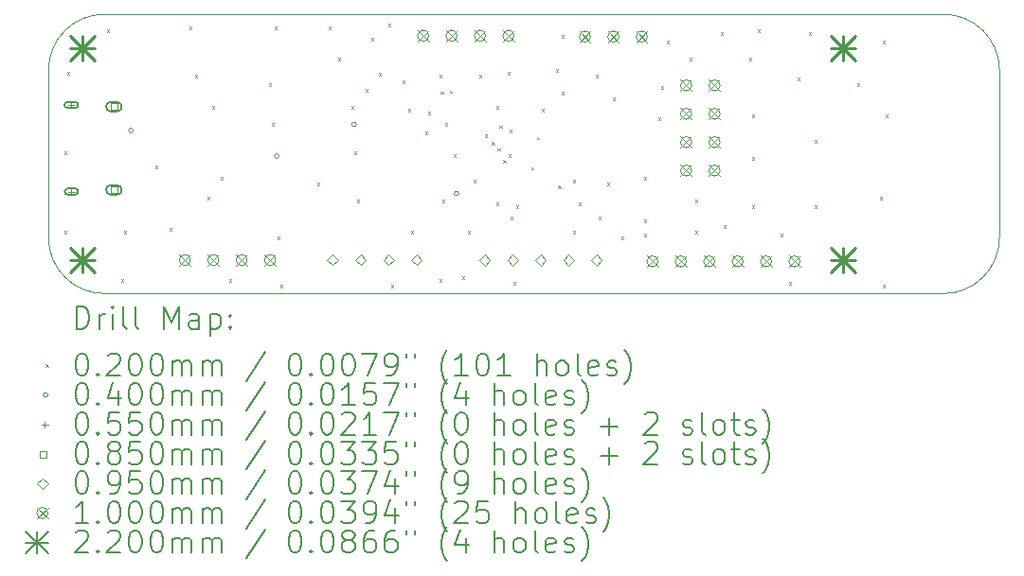
<source format=gbr>
%TF.GenerationSoftware,KiCad,Pcbnew,(6.0.11)*%
%TF.CreationDate,2023-08-09T20:09:50+02:00*%
%TF.ProjectId,Box_domotique_A,426f785f-646f-46d6-9f74-697175655f41,rev?*%
%TF.SameCoordinates,Original*%
%TF.FileFunction,Drillmap*%
%TF.FilePolarity,Positive*%
%FSLAX45Y45*%
G04 Gerber Fmt 4.5, Leading zero omitted, Abs format (unit mm)*
G04 Created by KiCad (PCBNEW (6.0.11)) date 2023-08-09 20:09:50*
%MOMM*%
%LPD*%
G01*
G04 APERTURE LIST*
%ADD10C,0.100000*%
%ADD11C,0.200000*%
%ADD12C,0.020000*%
%ADD13C,0.040000*%
%ADD14C,0.055000*%
%ADD15C,0.085000*%
%ADD16C,0.095000*%
%ADD17C,0.220000*%
G04 APERTURE END LIST*
D10*
X8000000Y-8000000D02*
X8000000Y-6500000D01*
X8500000Y-6000000D02*
G75*
G03*
X8000000Y-6500000I0J-500000D01*
G01*
X16500000Y-6500000D02*
G75*
G03*
X16000000Y-6000000I-500000J0D01*
G01*
X8000000Y-8000000D02*
G75*
G03*
X8500000Y-8500000I500000J0D01*
G01*
X16000000Y-8500000D02*
X8500000Y-8500000D01*
X16000000Y-8500000D02*
G75*
G03*
X16500000Y-8000000I0J500000D01*
G01*
X16500000Y-6500000D02*
X16500000Y-8000000D01*
X8500000Y-6000000D02*
X16000000Y-6000000D01*
D11*
D12*
X8143400Y-7229000D02*
X8163400Y-7249000D01*
X8163400Y-7229000D02*
X8143400Y-7249000D01*
X8143400Y-7940200D02*
X8163400Y-7960200D01*
X8163400Y-7940200D02*
X8143400Y-7960200D01*
X8168800Y-6517800D02*
X8188800Y-6537800D01*
X8188800Y-6517800D02*
X8168800Y-6537800D01*
X8524400Y-6136800D02*
X8544400Y-6156800D01*
X8544400Y-6136800D02*
X8524400Y-6156800D01*
X8651400Y-8372000D02*
X8671400Y-8392000D01*
X8671400Y-8372000D02*
X8651400Y-8392000D01*
X8676800Y-7940200D02*
X8696800Y-7960200D01*
X8696800Y-7940200D02*
X8676800Y-7960200D01*
X8956200Y-7356000D02*
X8976200Y-7376000D01*
X8976200Y-7356000D02*
X8956200Y-7376000D01*
X9083200Y-7914800D02*
X9103200Y-7934800D01*
X9103200Y-7914800D02*
X9083200Y-7934800D01*
X9261000Y-6111400D02*
X9281000Y-6131400D01*
X9281000Y-6111400D02*
X9261000Y-6131400D01*
X9311800Y-6543200D02*
X9331800Y-6563200D01*
X9331800Y-6543200D02*
X9311800Y-6563200D01*
X9418480Y-7635400D02*
X9438480Y-7655400D01*
X9438480Y-7635400D02*
X9418480Y-7655400D01*
X9464200Y-6822600D02*
X9484200Y-6842600D01*
X9484200Y-6822600D02*
X9464200Y-6842600D01*
X9540400Y-7457600D02*
X9560400Y-7477600D01*
X9560400Y-7457600D02*
X9540400Y-7477600D01*
X9616600Y-8372000D02*
X9636600Y-8392000D01*
X9636600Y-8372000D02*
X9616600Y-8392000D01*
X9972200Y-6619400D02*
X9992200Y-6639400D01*
X9992200Y-6619400D02*
X9972200Y-6639400D01*
X9997600Y-6975000D02*
X10017600Y-6995000D01*
X10017600Y-6975000D02*
X9997600Y-6995000D01*
X10023000Y-6111400D02*
X10043000Y-6131400D01*
X10043000Y-6111400D02*
X10023000Y-6131400D01*
X10048400Y-7991000D02*
X10068400Y-8011000D01*
X10068400Y-7991000D02*
X10048400Y-8011000D01*
X10073800Y-8422800D02*
X10093800Y-8442800D01*
X10093800Y-8422800D02*
X10073800Y-8442800D01*
X10404000Y-7508400D02*
X10424000Y-7528400D01*
X10424000Y-7508400D02*
X10404000Y-7528400D01*
X10505600Y-6111400D02*
X10525600Y-6131400D01*
X10525600Y-6111400D02*
X10505600Y-6131400D01*
X10590000Y-6390000D02*
X10610000Y-6410000D01*
X10610000Y-6390000D02*
X10590000Y-6410000D01*
X10708800Y-6822600D02*
X10728800Y-6842600D01*
X10728800Y-6822600D02*
X10708800Y-6842600D01*
X10734200Y-7229000D02*
X10754200Y-7249000D01*
X10754200Y-7229000D02*
X10734200Y-7249000D01*
X10759600Y-7660800D02*
X10779600Y-7680800D01*
X10779600Y-7660800D02*
X10759600Y-7680800D01*
X10835800Y-6670200D02*
X10855800Y-6690200D01*
X10855800Y-6670200D02*
X10835800Y-6690200D01*
X10886600Y-6213000D02*
X10906600Y-6233000D01*
X10906600Y-6213000D02*
X10886600Y-6233000D01*
X10950100Y-6527960D02*
X10970100Y-6547960D01*
X10970100Y-6527960D02*
X10950100Y-6547960D01*
X11039000Y-6086000D02*
X11059000Y-6106000D01*
X11059000Y-6086000D02*
X11039000Y-6106000D01*
X11064400Y-8422800D02*
X11084400Y-8442800D01*
X11084400Y-8422800D02*
X11064400Y-8442800D01*
X11166000Y-6594000D02*
X11186000Y-6614000D01*
X11186000Y-6594000D02*
X11166000Y-6614000D01*
X11216800Y-6848000D02*
X11236800Y-6868000D01*
X11236800Y-6848000D02*
X11216800Y-6868000D01*
X11242200Y-7940200D02*
X11262200Y-7960200D01*
X11262200Y-7940200D02*
X11242200Y-7960200D01*
X11369200Y-7051200D02*
X11389200Y-7071200D01*
X11389200Y-7051200D02*
X11369200Y-7071200D01*
X11394600Y-6873400D02*
X11414600Y-6893400D01*
X11414600Y-6873400D02*
X11394600Y-6893400D01*
X11496200Y-6543200D02*
X11516200Y-6563200D01*
X11516200Y-6543200D02*
X11496200Y-6563200D01*
X11496200Y-8372000D02*
X11516200Y-8392000D01*
X11516200Y-8372000D02*
X11496200Y-8392000D01*
X11506360Y-6690520D02*
X11526360Y-6710520D01*
X11526360Y-6690520D02*
X11506360Y-6710520D01*
X11521600Y-7660800D02*
X11541600Y-7680800D01*
X11541600Y-7660800D02*
X11521600Y-7680800D01*
X11547000Y-6975000D02*
X11567000Y-6995000D01*
X11567000Y-6975000D02*
X11547000Y-6995000D01*
X11585100Y-6682900D02*
X11605100Y-6702900D01*
X11605100Y-6682900D02*
X11585100Y-6702900D01*
X11623200Y-7254400D02*
X11643200Y-7274400D01*
X11643200Y-7254400D02*
X11623200Y-7274400D01*
X11699400Y-8346600D02*
X11719400Y-8366600D01*
X11719400Y-8346600D02*
X11699400Y-8366600D01*
X11750200Y-7940200D02*
X11770200Y-7960200D01*
X11770200Y-7940200D02*
X11750200Y-7960200D01*
X11801000Y-7483000D02*
X11821000Y-7503000D01*
X11821000Y-7483000D02*
X11801000Y-7503000D01*
X11851800Y-6543200D02*
X11871800Y-6563200D01*
X11871800Y-6543200D02*
X11851800Y-6563200D01*
X11902600Y-7076600D02*
X11922600Y-7096600D01*
X11922600Y-7076600D02*
X11902600Y-7096600D01*
X11964620Y-7146240D02*
X11984620Y-7166240D01*
X11984620Y-7146240D02*
X11964620Y-7166240D01*
X12004200Y-6822600D02*
X12024200Y-6842600D01*
X12024200Y-6822600D02*
X12004200Y-6842600D01*
X12004200Y-7686200D02*
X12024200Y-7706200D01*
X12024200Y-7686200D02*
X12004200Y-7706200D01*
X12014620Y-7198780D02*
X12034620Y-7218780D01*
X12034620Y-7198780D02*
X12014620Y-7218780D01*
X12032140Y-6995320D02*
X12052140Y-7015320D01*
X12052140Y-6995320D02*
X12032140Y-7015320D01*
X12064670Y-7305200D02*
X12084670Y-7325200D01*
X12084670Y-7305200D02*
X12064670Y-7325200D01*
X12105800Y-6517800D02*
X12125800Y-6537800D01*
X12125800Y-6517800D02*
X12105800Y-6537800D01*
X12114620Y-7255740D02*
X12134620Y-7275740D01*
X12134620Y-7255740D02*
X12114620Y-7275740D01*
X12121040Y-7035960D02*
X12141040Y-7055960D01*
X12141040Y-7035960D02*
X12121040Y-7055960D01*
X12131200Y-7813200D02*
X12151200Y-7833200D01*
X12151200Y-7813200D02*
X12131200Y-7833200D01*
X12156600Y-8397400D02*
X12176600Y-8417400D01*
X12176600Y-8397400D02*
X12156600Y-8417400D01*
X12182000Y-7711600D02*
X12202000Y-7731600D01*
X12202000Y-7711600D02*
X12182000Y-7731600D01*
X12314620Y-7369240D02*
X12334620Y-7389240D01*
X12334620Y-7369240D02*
X12314620Y-7389240D01*
X12364620Y-7097770D02*
X12384620Y-7117770D01*
X12384620Y-7097770D02*
X12364620Y-7117770D01*
X12410600Y-6848000D02*
X12430600Y-6868000D01*
X12430600Y-6848000D02*
X12410600Y-6868000D01*
X12537600Y-6492400D02*
X12557600Y-6512400D01*
X12557600Y-6492400D02*
X12537600Y-6512400D01*
X12557800Y-7533920D02*
X12577800Y-7553920D01*
X12577800Y-7533920D02*
X12557800Y-7553920D01*
X12588400Y-6187600D02*
X12608400Y-6207600D01*
X12608400Y-6187600D02*
X12588400Y-6207600D01*
X12588400Y-6695600D02*
X12608400Y-6715600D01*
X12608400Y-6695600D02*
X12588400Y-6715600D01*
X12690000Y-7483000D02*
X12710000Y-7503000D01*
X12710000Y-7483000D02*
X12690000Y-7503000D01*
X12690000Y-7940200D02*
X12710000Y-7960200D01*
X12710000Y-7940200D02*
X12690000Y-7960200D01*
X12740800Y-7686200D02*
X12760800Y-7706200D01*
X12760800Y-7686200D02*
X12740800Y-7706200D01*
X12893200Y-6543200D02*
X12913200Y-6563200D01*
X12913200Y-6543200D02*
X12893200Y-6563200D01*
X12918600Y-7813200D02*
X12938600Y-7833200D01*
X12938600Y-7813200D02*
X12918600Y-7833200D01*
X12994800Y-7508400D02*
X13014800Y-7528400D01*
X13014800Y-7508400D02*
X12994800Y-7528400D01*
X13045600Y-6746400D02*
X13065600Y-6766400D01*
X13065600Y-6746400D02*
X13045600Y-6766400D01*
X13121800Y-7991000D02*
X13141800Y-8011000D01*
X13141800Y-7991000D02*
X13121800Y-8011000D01*
X13325000Y-7457600D02*
X13345000Y-7477600D01*
X13345000Y-7457600D02*
X13325000Y-7477600D01*
X13325000Y-7838600D02*
X13345000Y-7858600D01*
X13345000Y-7838600D02*
X13325000Y-7858600D01*
X13325000Y-7965600D02*
X13345000Y-7985600D01*
X13345000Y-7965600D02*
X13325000Y-7985600D01*
X13452000Y-6924200D02*
X13472000Y-6944200D01*
X13472000Y-6924200D02*
X13452000Y-6944200D01*
X13477400Y-6644800D02*
X13497400Y-6664800D01*
X13497400Y-6644800D02*
X13477400Y-6664800D01*
X13528200Y-6238400D02*
X13548200Y-6258400D01*
X13548200Y-6238400D02*
X13528200Y-6258400D01*
X13731400Y-6390800D02*
X13751400Y-6410800D01*
X13751400Y-6390800D02*
X13731400Y-6410800D01*
X13782200Y-7660800D02*
X13802200Y-7680800D01*
X13802200Y-7660800D02*
X13782200Y-7680800D01*
X13782200Y-7940200D02*
X13802200Y-7960200D01*
X13802200Y-7940200D02*
X13782200Y-7960200D01*
X14010800Y-6162200D02*
X14030800Y-6182200D01*
X14030800Y-6162200D02*
X14010800Y-6182200D01*
X14036200Y-7889400D02*
X14056200Y-7909400D01*
X14056200Y-7889400D02*
X14036200Y-7909400D01*
X14264800Y-6390800D02*
X14284800Y-6410800D01*
X14284800Y-6390800D02*
X14264800Y-6410800D01*
X14290200Y-6898800D02*
X14310200Y-6918800D01*
X14310200Y-6898800D02*
X14290200Y-6918800D01*
X14290200Y-7279800D02*
X14310200Y-7299800D01*
X14310200Y-7279800D02*
X14290200Y-7299800D01*
X14290200Y-7711600D02*
X14310200Y-7731600D01*
X14310200Y-7711600D02*
X14290200Y-7731600D01*
X14341000Y-6136800D02*
X14361000Y-6156800D01*
X14361000Y-6136800D02*
X14341000Y-6156800D01*
X14544200Y-7965600D02*
X14564200Y-7985600D01*
X14564200Y-7965600D02*
X14544200Y-7985600D01*
X14620400Y-8397400D02*
X14640400Y-8417400D01*
X14640400Y-8397400D02*
X14620400Y-8417400D01*
X14696600Y-6568600D02*
X14716600Y-6588600D01*
X14716600Y-6568600D02*
X14696600Y-6588600D01*
X14798200Y-6162200D02*
X14818200Y-6182200D01*
X14818200Y-6162200D02*
X14798200Y-6182200D01*
X14849000Y-7127400D02*
X14869000Y-7147400D01*
X14869000Y-7127400D02*
X14849000Y-7147400D01*
X14849000Y-7711600D02*
X14869000Y-7731600D01*
X14869000Y-7711600D02*
X14849000Y-7731600D01*
X15230000Y-6619400D02*
X15250000Y-6639400D01*
X15250000Y-6619400D02*
X15230000Y-6639400D01*
X15433200Y-7635400D02*
X15453200Y-7655400D01*
X15453200Y-7635400D02*
X15433200Y-7655400D01*
X15458600Y-6238400D02*
X15478600Y-6258400D01*
X15478600Y-6238400D02*
X15458600Y-6258400D01*
X15458600Y-8422800D02*
X15478600Y-8442800D01*
X15478600Y-8422800D02*
X15458600Y-8442800D01*
X15484000Y-6898800D02*
X15504000Y-6918800D01*
X15504000Y-6898800D02*
X15484000Y-6918800D01*
D13*
X8756300Y-7039640D02*
G75*
G03*
X8756300Y-7039640I-20000J0D01*
G01*
X10060620Y-7269480D02*
G75*
G03*
X10060620Y-7269480I-20000J0D01*
G01*
X10751500Y-6985000D02*
G75*
G03*
X10751500Y-6985000I-20000J0D01*
G01*
X11667930Y-7605270D02*
G75*
G03*
X11667930Y-7605270I-20000J0D01*
G01*
D14*
X8205000Y-6785000D02*
X8205000Y-6840000D01*
X8177500Y-6812500D02*
X8232500Y-6812500D01*
D11*
X8237500Y-6785000D02*
X8172500Y-6785000D01*
X8237500Y-6840000D02*
X8172500Y-6840000D01*
X8172500Y-6785000D02*
G75*
G03*
X8172500Y-6840000I0J-27500D01*
G01*
X8237500Y-6840000D02*
G75*
G03*
X8237500Y-6785000I0J27500D01*
G01*
D14*
X8205000Y-7560000D02*
X8205000Y-7615000D01*
X8177500Y-7587500D02*
X8232500Y-7587500D01*
D11*
X8237500Y-7560000D02*
X8172500Y-7560000D01*
X8237500Y-7615000D02*
X8172500Y-7615000D01*
X8172500Y-7560000D02*
G75*
G03*
X8172500Y-7615000I0J-27500D01*
G01*
X8237500Y-7615000D02*
G75*
G03*
X8237500Y-7560000I0J27500D01*
G01*
D15*
X8615052Y-6857552D02*
X8615052Y-6797448D01*
X8554948Y-6797448D01*
X8554948Y-6857552D01*
X8615052Y-6857552D01*
D11*
X8612500Y-6785000D02*
X8557500Y-6785000D01*
X8612500Y-6870000D02*
X8557500Y-6870000D01*
X8557500Y-6785000D02*
G75*
G03*
X8557500Y-6870000I0J-42500D01*
G01*
X8612500Y-6870000D02*
G75*
G03*
X8612500Y-6785000I0J42500D01*
G01*
D15*
X8615052Y-7602552D02*
X8615052Y-7542448D01*
X8554948Y-7542448D01*
X8554948Y-7602552D01*
X8615052Y-7602552D01*
D11*
X8612500Y-7530000D02*
X8557500Y-7530000D01*
X8612500Y-7615000D02*
X8557500Y-7615000D01*
X8557500Y-7530000D02*
G75*
G03*
X8557500Y-7615000I0J-42500D01*
G01*
X8612500Y-7615000D02*
G75*
G03*
X8612500Y-7530000I0J42500D01*
G01*
D16*
X10539380Y-8247100D02*
X10586880Y-8199600D01*
X10539380Y-8152100D01*
X10491880Y-8199600D01*
X10539380Y-8247100D01*
X10789380Y-8247100D02*
X10836880Y-8199600D01*
X10789380Y-8152100D01*
X10741880Y-8199600D01*
X10789380Y-8247100D01*
X11039380Y-8247100D02*
X11086880Y-8199600D01*
X11039380Y-8152100D01*
X10991880Y-8199600D01*
X11039380Y-8247100D01*
X11289380Y-8247100D02*
X11336880Y-8199600D01*
X11289380Y-8152100D01*
X11241880Y-8199600D01*
X11289380Y-8247100D01*
X11900000Y-8247500D02*
X11947500Y-8200000D01*
X11900000Y-8152500D01*
X11852500Y-8200000D01*
X11900000Y-8247500D01*
X12150000Y-8247500D02*
X12197500Y-8200000D01*
X12150000Y-8152500D01*
X12102500Y-8200000D01*
X12150000Y-8247500D01*
X12400000Y-8247500D02*
X12447500Y-8200000D01*
X12400000Y-8152500D01*
X12352500Y-8200000D01*
X12400000Y-8247500D01*
X12650000Y-8247500D02*
X12697500Y-8200000D01*
X12650000Y-8152500D01*
X12602500Y-8200000D01*
X12650000Y-8247500D01*
X12900000Y-8247500D02*
X12947500Y-8200000D01*
X12900000Y-8152500D01*
X12852500Y-8200000D01*
X12900000Y-8247500D01*
D10*
X9170000Y-8150000D02*
X9270000Y-8250000D01*
X9270000Y-8150000D02*
X9170000Y-8250000D01*
X9270000Y-8200000D02*
G75*
G03*
X9270000Y-8200000I-50000J0D01*
G01*
X9424000Y-8150000D02*
X9524000Y-8250000D01*
X9524000Y-8150000D02*
X9424000Y-8250000D01*
X9524000Y-8200000D02*
G75*
G03*
X9524000Y-8200000I-50000J0D01*
G01*
X9678000Y-8150000D02*
X9778000Y-8250000D01*
X9778000Y-8150000D02*
X9678000Y-8250000D01*
X9778000Y-8200000D02*
G75*
G03*
X9778000Y-8200000I-50000J0D01*
G01*
X9932000Y-8150000D02*
X10032000Y-8250000D01*
X10032000Y-8150000D02*
X9932000Y-8250000D01*
X10032000Y-8200000D02*
G75*
G03*
X10032000Y-8200000I-50000J0D01*
G01*
X11298720Y-6142520D02*
X11398720Y-6242520D01*
X11398720Y-6142520D02*
X11298720Y-6242520D01*
X11398720Y-6192520D02*
G75*
G03*
X11398720Y-6192520I-50000J0D01*
G01*
X11552720Y-6142520D02*
X11652720Y-6242520D01*
X11652720Y-6142520D02*
X11552720Y-6242520D01*
X11652720Y-6192520D02*
G75*
G03*
X11652720Y-6192520I-50000J0D01*
G01*
X11806720Y-6142520D02*
X11906720Y-6242520D01*
X11906720Y-6142520D02*
X11806720Y-6242520D01*
X11906720Y-6192520D02*
G75*
G03*
X11906720Y-6192520I-50000J0D01*
G01*
X12060720Y-6142520D02*
X12160720Y-6242520D01*
X12160720Y-6142520D02*
X12060720Y-6242520D01*
X12160720Y-6192520D02*
G75*
G03*
X12160720Y-6192520I-50000J0D01*
G01*
X12745020Y-6150140D02*
X12845020Y-6250140D01*
X12845020Y-6150140D02*
X12745020Y-6250140D01*
X12845020Y-6200140D02*
G75*
G03*
X12845020Y-6200140I-50000J0D01*
G01*
X12999020Y-6150140D02*
X13099020Y-6250140D01*
X13099020Y-6150140D02*
X12999020Y-6250140D01*
X13099020Y-6200140D02*
G75*
G03*
X13099020Y-6200140I-50000J0D01*
G01*
X13253020Y-6150140D02*
X13353020Y-6250140D01*
X13353020Y-6150140D02*
X13253020Y-6250140D01*
X13353020Y-6200140D02*
G75*
G03*
X13353020Y-6200140I-50000J0D01*
G01*
X13348500Y-8161820D02*
X13448500Y-8261820D01*
X13448500Y-8161820D02*
X13348500Y-8261820D01*
X13448500Y-8211820D02*
G75*
G03*
X13448500Y-8211820I-50000J0D01*
G01*
X13602500Y-8161820D02*
X13702500Y-8261820D01*
X13702500Y-8161820D02*
X13602500Y-8261820D01*
X13702500Y-8211820D02*
G75*
G03*
X13702500Y-8211820I-50000J0D01*
G01*
X13650000Y-6587500D02*
X13750000Y-6687500D01*
X13750000Y-6587500D02*
X13650000Y-6687500D01*
X13750000Y-6637500D02*
G75*
G03*
X13750000Y-6637500I-50000J0D01*
G01*
X13650000Y-6841500D02*
X13750000Y-6941500D01*
X13750000Y-6841500D02*
X13650000Y-6941500D01*
X13750000Y-6891500D02*
G75*
G03*
X13750000Y-6891500I-50000J0D01*
G01*
X13650000Y-7095500D02*
X13750000Y-7195500D01*
X13750000Y-7095500D02*
X13650000Y-7195500D01*
X13750000Y-7145500D02*
G75*
G03*
X13750000Y-7145500I-50000J0D01*
G01*
X13650000Y-7349500D02*
X13750000Y-7449500D01*
X13750000Y-7349500D02*
X13650000Y-7449500D01*
X13750000Y-7399500D02*
G75*
G03*
X13750000Y-7399500I-50000J0D01*
G01*
X13856500Y-8161820D02*
X13956500Y-8261820D01*
X13956500Y-8161820D02*
X13856500Y-8261820D01*
X13956500Y-8211820D02*
G75*
G03*
X13956500Y-8211820I-50000J0D01*
G01*
X13904000Y-6587500D02*
X14004000Y-6687500D01*
X14004000Y-6587500D02*
X13904000Y-6687500D01*
X14004000Y-6637500D02*
G75*
G03*
X14004000Y-6637500I-50000J0D01*
G01*
X13904000Y-6841500D02*
X14004000Y-6941500D01*
X14004000Y-6841500D02*
X13904000Y-6941500D01*
X14004000Y-6891500D02*
G75*
G03*
X14004000Y-6891500I-50000J0D01*
G01*
X13904000Y-7095500D02*
X14004000Y-7195500D01*
X14004000Y-7095500D02*
X13904000Y-7195500D01*
X14004000Y-7145500D02*
G75*
G03*
X14004000Y-7145500I-50000J0D01*
G01*
X13904000Y-7349500D02*
X14004000Y-7449500D01*
X14004000Y-7349500D02*
X13904000Y-7449500D01*
X14004000Y-7399500D02*
G75*
G03*
X14004000Y-7399500I-50000J0D01*
G01*
X14110500Y-8161820D02*
X14210500Y-8261820D01*
X14210500Y-8161820D02*
X14110500Y-8261820D01*
X14210500Y-8211820D02*
G75*
G03*
X14210500Y-8211820I-50000J0D01*
G01*
X14364500Y-8161820D02*
X14464500Y-8261820D01*
X14464500Y-8161820D02*
X14364500Y-8261820D01*
X14464500Y-8211820D02*
G75*
G03*
X14464500Y-8211820I-50000J0D01*
G01*
X14618500Y-8161820D02*
X14718500Y-8261820D01*
X14718500Y-8161820D02*
X14618500Y-8261820D01*
X14718500Y-8211820D02*
G75*
G03*
X14718500Y-8211820I-50000J0D01*
G01*
D17*
X8190000Y-6190000D02*
X8410000Y-6410000D01*
X8410000Y-6190000D02*
X8190000Y-6410000D01*
X8300000Y-6190000D02*
X8300000Y-6410000D01*
X8190000Y-6300000D02*
X8410000Y-6300000D01*
X8190000Y-8090000D02*
X8410000Y-8310000D01*
X8410000Y-8090000D02*
X8190000Y-8310000D01*
X8300000Y-8090000D02*
X8300000Y-8310000D01*
X8190000Y-8200000D02*
X8410000Y-8200000D01*
X14990000Y-6190000D02*
X15210000Y-6410000D01*
X15210000Y-6190000D02*
X14990000Y-6410000D01*
X15100000Y-6190000D02*
X15100000Y-6410000D01*
X14990000Y-6300000D02*
X15210000Y-6300000D01*
X14990000Y-8090000D02*
X15210000Y-8310000D01*
X15210000Y-8090000D02*
X14990000Y-8310000D01*
X15100000Y-8090000D02*
X15100000Y-8310000D01*
X14990000Y-8200000D02*
X15210000Y-8200000D01*
D11*
X8252619Y-8815476D02*
X8252619Y-8615476D01*
X8300238Y-8615476D01*
X8328809Y-8625000D01*
X8347857Y-8644048D01*
X8357381Y-8663095D01*
X8366905Y-8701190D01*
X8366905Y-8729762D01*
X8357381Y-8767857D01*
X8347857Y-8786905D01*
X8328809Y-8805952D01*
X8300238Y-8815476D01*
X8252619Y-8815476D01*
X8452619Y-8815476D02*
X8452619Y-8682143D01*
X8452619Y-8720238D02*
X8462143Y-8701190D01*
X8471667Y-8691667D01*
X8490714Y-8682143D01*
X8509762Y-8682143D01*
X8576429Y-8815476D02*
X8576429Y-8682143D01*
X8576429Y-8615476D02*
X8566905Y-8625000D01*
X8576429Y-8634524D01*
X8585952Y-8625000D01*
X8576429Y-8615476D01*
X8576429Y-8634524D01*
X8700238Y-8815476D02*
X8681190Y-8805952D01*
X8671667Y-8786905D01*
X8671667Y-8615476D01*
X8805000Y-8815476D02*
X8785952Y-8805952D01*
X8776429Y-8786905D01*
X8776429Y-8615476D01*
X9033571Y-8815476D02*
X9033571Y-8615476D01*
X9100238Y-8758333D01*
X9166905Y-8615476D01*
X9166905Y-8815476D01*
X9347857Y-8815476D02*
X9347857Y-8710714D01*
X9338333Y-8691667D01*
X9319286Y-8682143D01*
X9281190Y-8682143D01*
X9262143Y-8691667D01*
X9347857Y-8805952D02*
X9328810Y-8815476D01*
X9281190Y-8815476D01*
X9262143Y-8805952D01*
X9252619Y-8786905D01*
X9252619Y-8767857D01*
X9262143Y-8748810D01*
X9281190Y-8739286D01*
X9328810Y-8739286D01*
X9347857Y-8729762D01*
X9443095Y-8682143D02*
X9443095Y-8882143D01*
X9443095Y-8691667D02*
X9462143Y-8682143D01*
X9500238Y-8682143D01*
X9519286Y-8691667D01*
X9528810Y-8701190D01*
X9538333Y-8720238D01*
X9538333Y-8777381D01*
X9528810Y-8796429D01*
X9519286Y-8805952D01*
X9500238Y-8815476D01*
X9462143Y-8815476D01*
X9443095Y-8805952D01*
X9624048Y-8796429D02*
X9633571Y-8805952D01*
X9624048Y-8815476D01*
X9614524Y-8805952D01*
X9624048Y-8796429D01*
X9624048Y-8815476D01*
X9624048Y-8691667D02*
X9633571Y-8701190D01*
X9624048Y-8710714D01*
X9614524Y-8701190D01*
X9624048Y-8691667D01*
X9624048Y-8710714D01*
D12*
X7975000Y-9135000D02*
X7995000Y-9155000D01*
X7995000Y-9135000D02*
X7975000Y-9155000D01*
D11*
X8290714Y-9035476D02*
X8309762Y-9035476D01*
X8328809Y-9045000D01*
X8338333Y-9054524D01*
X8347857Y-9073571D01*
X8357381Y-9111667D01*
X8357381Y-9159286D01*
X8347857Y-9197381D01*
X8338333Y-9216429D01*
X8328809Y-9225952D01*
X8309762Y-9235476D01*
X8290714Y-9235476D01*
X8271667Y-9225952D01*
X8262143Y-9216429D01*
X8252619Y-9197381D01*
X8243095Y-9159286D01*
X8243095Y-9111667D01*
X8252619Y-9073571D01*
X8262143Y-9054524D01*
X8271667Y-9045000D01*
X8290714Y-9035476D01*
X8443095Y-9216429D02*
X8452619Y-9225952D01*
X8443095Y-9235476D01*
X8433571Y-9225952D01*
X8443095Y-9216429D01*
X8443095Y-9235476D01*
X8528810Y-9054524D02*
X8538333Y-9045000D01*
X8557381Y-9035476D01*
X8605000Y-9035476D01*
X8624048Y-9045000D01*
X8633571Y-9054524D01*
X8643095Y-9073571D01*
X8643095Y-9092619D01*
X8633571Y-9121190D01*
X8519286Y-9235476D01*
X8643095Y-9235476D01*
X8766905Y-9035476D02*
X8785952Y-9035476D01*
X8805000Y-9045000D01*
X8814524Y-9054524D01*
X8824048Y-9073571D01*
X8833571Y-9111667D01*
X8833571Y-9159286D01*
X8824048Y-9197381D01*
X8814524Y-9216429D01*
X8805000Y-9225952D01*
X8785952Y-9235476D01*
X8766905Y-9235476D01*
X8747857Y-9225952D01*
X8738333Y-9216429D01*
X8728810Y-9197381D01*
X8719286Y-9159286D01*
X8719286Y-9111667D01*
X8728810Y-9073571D01*
X8738333Y-9054524D01*
X8747857Y-9045000D01*
X8766905Y-9035476D01*
X8957381Y-9035476D02*
X8976429Y-9035476D01*
X8995476Y-9045000D01*
X9005000Y-9054524D01*
X9014524Y-9073571D01*
X9024048Y-9111667D01*
X9024048Y-9159286D01*
X9014524Y-9197381D01*
X9005000Y-9216429D01*
X8995476Y-9225952D01*
X8976429Y-9235476D01*
X8957381Y-9235476D01*
X8938333Y-9225952D01*
X8928810Y-9216429D01*
X8919286Y-9197381D01*
X8909762Y-9159286D01*
X8909762Y-9111667D01*
X8919286Y-9073571D01*
X8928810Y-9054524D01*
X8938333Y-9045000D01*
X8957381Y-9035476D01*
X9109762Y-9235476D02*
X9109762Y-9102143D01*
X9109762Y-9121190D02*
X9119286Y-9111667D01*
X9138333Y-9102143D01*
X9166905Y-9102143D01*
X9185952Y-9111667D01*
X9195476Y-9130714D01*
X9195476Y-9235476D01*
X9195476Y-9130714D02*
X9205000Y-9111667D01*
X9224048Y-9102143D01*
X9252619Y-9102143D01*
X9271667Y-9111667D01*
X9281190Y-9130714D01*
X9281190Y-9235476D01*
X9376429Y-9235476D02*
X9376429Y-9102143D01*
X9376429Y-9121190D02*
X9385952Y-9111667D01*
X9405000Y-9102143D01*
X9433571Y-9102143D01*
X9452619Y-9111667D01*
X9462143Y-9130714D01*
X9462143Y-9235476D01*
X9462143Y-9130714D02*
X9471667Y-9111667D01*
X9490714Y-9102143D01*
X9519286Y-9102143D01*
X9538333Y-9111667D01*
X9547857Y-9130714D01*
X9547857Y-9235476D01*
X9938333Y-9025952D02*
X9766905Y-9283095D01*
X10195476Y-9035476D02*
X10214524Y-9035476D01*
X10233571Y-9045000D01*
X10243095Y-9054524D01*
X10252619Y-9073571D01*
X10262143Y-9111667D01*
X10262143Y-9159286D01*
X10252619Y-9197381D01*
X10243095Y-9216429D01*
X10233571Y-9225952D01*
X10214524Y-9235476D01*
X10195476Y-9235476D01*
X10176429Y-9225952D01*
X10166905Y-9216429D01*
X10157381Y-9197381D01*
X10147857Y-9159286D01*
X10147857Y-9111667D01*
X10157381Y-9073571D01*
X10166905Y-9054524D01*
X10176429Y-9045000D01*
X10195476Y-9035476D01*
X10347857Y-9216429D02*
X10357381Y-9225952D01*
X10347857Y-9235476D01*
X10338333Y-9225952D01*
X10347857Y-9216429D01*
X10347857Y-9235476D01*
X10481190Y-9035476D02*
X10500238Y-9035476D01*
X10519286Y-9045000D01*
X10528810Y-9054524D01*
X10538333Y-9073571D01*
X10547857Y-9111667D01*
X10547857Y-9159286D01*
X10538333Y-9197381D01*
X10528810Y-9216429D01*
X10519286Y-9225952D01*
X10500238Y-9235476D01*
X10481190Y-9235476D01*
X10462143Y-9225952D01*
X10452619Y-9216429D01*
X10443095Y-9197381D01*
X10433571Y-9159286D01*
X10433571Y-9111667D01*
X10443095Y-9073571D01*
X10452619Y-9054524D01*
X10462143Y-9045000D01*
X10481190Y-9035476D01*
X10671667Y-9035476D02*
X10690714Y-9035476D01*
X10709762Y-9045000D01*
X10719286Y-9054524D01*
X10728810Y-9073571D01*
X10738333Y-9111667D01*
X10738333Y-9159286D01*
X10728810Y-9197381D01*
X10719286Y-9216429D01*
X10709762Y-9225952D01*
X10690714Y-9235476D01*
X10671667Y-9235476D01*
X10652619Y-9225952D01*
X10643095Y-9216429D01*
X10633571Y-9197381D01*
X10624048Y-9159286D01*
X10624048Y-9111667D01*
X10633571Y-9073571D01*
X10643095Y-9054524D01*
X10652619Y-9045000D01*
X10671667Y-9035476D01*
X10805000Y-9035476D02*
X10938333Y-9035476D01*
X10852619Y-9235476D01*
X11024048Y-9235476D02*
X11062143Y-9235476D01*
X11081190Y-9225952D01*
X11090714Y-9216429D01*
X11109762Y-9187857D01*
X11119286Y-9149762D01*
X11119286Y-9073571D01*
X11109762Y-9054524D01*
X11100238Y-9045000D01*
X11081190Y-9035476D01*
X11043095Y-9035476D01*
X11024048Y-9045000D01*
X11014524Y-9054524D01*
X11005000Y-9073571D01*
X11005000Y-9121190D01*
X11014524Y-9140238D01*
X11024048Y-9149762D01*
X11043095Y-9159286D01*
X11081190Y-9159286D01*
X11100238Y-9149762D01*
X11109762Y-9140238D01*
X11119286Y-9121190D01*
X11195476Y-9035476D02*
X11195476Y-9073571D01*
X11271667Y-9035476D02*
X11271667Y-9073571D01*
X11566905Y-9311667D02*
X11557381Y-9302143D01*
X11538333Y-9273571D01*
X11528809Y-9254524D01*
X11519286Y-9225952D01*
X11509762Y-9178333D01*
X11509762Y-9140238D01*
X11519286Y-9092619D01*
X11528809Y-9064048D01*
X11538333Y-9045000D01*
X11557381Y-9016429D01*
X11566905Y-9006905D01*
X11747857Y-9235476D02*
X11633571Y-9235476D01*
X11690714Y-9235476D02*
X11690714Y-9035476D01*
X11671667Y-9064048D01*
X11652619Y-9083095D01*
X11633571Y-9092619D01*
X11871667Y-9035476D02*
X11890714Y-9035476D01*
X11909762Y-9045000D01*
X11919286Y-9054524D01*
X11928809Y-9073571D01*
X11938333Y-9111667D01*
X11938333Y-9159286D01*
X11928809Y-9197381D01*
X11919286Y-9216429D01*
X11909762Y-9225952D01*
X11890714Y-9235476D01*
X11871667Y-9235476D01*
X11852619Y-9225952D01*
X11843095Y-9216429D01*
X11833571Y-9197381D01*
X11824048Y-9159286D01*
X11824048Y-9111667D01*
X11833571Y-9073571D01*
X11843095Y-9054524D01*
X11852619Y-9045000D01*
X11871667Y-9035476D01*
X12128809Y-9235476D02*
X12014524Y-9235476D01*
X12071667Y-9235476D02*
X12071667Y-9035476D01*
X12052619Y-9064048D01*
X12033571Y-9083095D01*
X12014524Y-9092619D01*
X12366905Y-9235476D02*
X12366905Y-9035476D01*
X12452619Y-9235476D02*
X12452619Y-9130714D01*
X12443095Y-9111667D01*
X12424048Y-9102143D01*
X12395476Y-9102143D01*
X12376428Y-9111667D01*
X12366905Y-9121190D01*
X12576428Y-9235476D02*
X12557381Y-9225952D01*
X12547857Y-9216429D01*
X12538333Y-9197381D01*
X12538333Y-9140238D01*
X12547857Y-9121190D01*
X12557381Y-9111667D01*
X12576428Y-9102143D01*
X12605000Y-9102143D01*
X12624048Y-9111667D01*
X12633571Y-9121190D01*
X12643095Y-9140238D01*
X12643095Y-9197381D01*
X12633571Y-9216429D01*
X12624048Y-9225952D01*
X12605000Y-9235476D01*
X12576428Y-9235476D01*
X12757381Y-9235476D02*
X12738333Y-9225952D01*
X12728809Y-9206905D01*
X12728809Y-9035476D01*
X12909762Y-9225952D02*
X12890714Y-9235476D01*
X12852619Y-9235476D01*
X12833571Y-9225952D01*
X12824048Y-9206905D01*
X12824048Y-9130714D01*
X12833571Y-9111667D01*
X12852619Y-9102143D01*
X12890714Y-9102143D01*
X12909762Y-9111667D01*
X12919286Y-9130714D01*
X12919286Y-9149762D01*
X12824048Y-9168810D01*
X12995476Y-9225952D02*
X13014524Y-9235476D01*
X13052619Y-9235476D01*
X13071667Y-9225952D01*
X13081190Y-9206905D01*
X13081190Y-9197381D01*
X13071667Y-9178333D01*
X13052619Y-9168810D01*
X13024048Y-9168810D01*
X13005000Y-9159286D01*
X12995476Y-9140238D01*
X12995476Y-9130714D01*
X13005000Y-9111667D01*
X13024048Y-9102143D01*
X13052619Y-9102143D01*
X13071667Y-9111667D01*
X13147857Y-9311667D02*
X13157381Y-9302143D01*
X13176428Y-9273571D01*
X13185952Y-9254524D01*
X13195476Y-9225952D01*
X13205000Y-9178333D01*
X13205000Y-9140238D01*
X13195476Y-9092619D01*
X13185952Y-9064048D01*
X13176428Y-9045000D01*
X13157381Y-9016429D01*
X13147857Y-9006905D01*
D13*
X7995000Y-9409000D02*
G75*
G03*
X7995000Y-9409000I-20000J0D01*
G01*
D11*
X8290714Y-9299476D02*
X8309762Y-9299476D01*
X8328809Y-9309000D01*
X8338333Y-9318524D01*
X8347857Y-9337571D01*
X8357381Y-9375667D01*
X8357381Y-9423286D01*
X8347857Y-9461381D01*
X8338333Y-9480429D01*
X8328809Y-9489952D01*
X8309762Y-9499476D01*
X8290714Y-9499476D01*
X8271667Y-9489952D01*
X8262143Y-9480429D01*
X8252619Y-9461381D01*
X8243095Y-9423286D01*
X8243095Y-9375667D01*
X8252619Y-9337571D01*
X8262143Y-9318524D01*
X8271667Y-9309000D01*
X8290714Y-9299476D01*
X8443095Y-9480429D02*
X8452619Y-9489952D01*
X8443095Y-9499476D01*
X8433571Y-9489952D01*
X8443095Y-9480429D01*
X8443095Y-9499476D01*
X8624048Y-9366143D02*
X8624048Y-9499476D01*
X8576429Y-9289952D02*
X8528810Y-9432810D01*
X8652619Y-9432810D01*
X8766905Y-9299476D02*
X8785952Y-9299476D01*
X8805000Y-9309000D01*
X8814524Y-9318524D01*
X8824048Y-9337571D01*
X8833571Y-9375667D01*
X8833571Y-9423286D01*
X8824048Y-9461381D01*
X8814524Y-9480429D01*
X8805000Y-9489952D01*
X8785952Y-9499476D01*
X8766905Y-9499476D01*
X8747857Y-9489952D01*
X8738333Y-9480429D01*
X8728810Y-9461381D01*
X8719286Y-9423286D01*
X8719286Y-9375667D01*
X8728810Y-9337571D01*
X8738333Y-9318524D01*
X8747857Y-9309000D01*
X8766905Y-9299476D01*
X8957381Y-9299476D02*
X8976429Y-9299476D01*
X8995476Y-9309000D01*
X9005000Y-9318524D01*
X9014524Y-9337571D01*
X9024048Y-9375667D01*
X9024048Y-9423286D01*
X9014524Y-9461381D01*
X9005000Y-9480429D01*
X8995476Y-9489952D01*
X8976429Y-9499476D01*
X8957381Y-9499476D01*
X8938333Y-9489952D01*
X8928810Y-9480429D01*
X8919286Y-9461381D01*
X8909762Y-9423286D01*
X8909762Y-9375667D01*
X8919286Y-9337571D01*
X8928810Y-9318524D01*
X8938333Y-9309000D01*
X8957381Y-9299476D01*
X9109762Y-9499476D02*
X9109762Y-9366143D01*
X9109762Y-9385190D02*
X9119286Y-9375667D01*
X9138333Y-9366143D01*
X9166905Y-9366143D01*
X9185952Y-9375667D01*
X9195476Y-9394714D01*
X9195476Y-9499476D01*
X9195476Y-9394714D02*
X9205000Y-9375667D01*
X9224048Y-9366143D01*
X9252619Y-9366143D01*
X9271667Y-9375667D01*
X9281190Y-9394714D01*
X9281190Y-9499476D01*
X9376429Y-9499476D02*
X9376429Y-9366143D01*
X9376429Y-9385190D02*
X9385952Y-9375667D01*
X9405000Y-9366143D01*
X9433571Y-9366143D01*
X9452619Y-9375667D01*
X9462143Y-9394714D01*
X9462143Y-9499476D01*
X9462143Y-9394714D02*
X9471667Y-9375667D01*
X9490714Y-9366143D01*
X9519286Y-9366143D01*
X9538333Y-9375667D01*
X9547857Y-9394714D01*
X9547857Y-9499476D01*
X9938333Y-9289952D02*
X9766905Y-9547095D01*
X10195476Y-9299476D02*
X10214524Y-9299476D01*
X10233571Y-9309000D01*
X10243095Y-9318524D01*
X10252619Y-9337571D01*
X10262143Y-9375667D01*
X10262143Y-9423286D01*
X10252619Y-9461381D01*
X10243095Y-9480429D01*
X10233571Y-9489952D01*
X10214524Y-9499476D01*
X10195476Y-9499476D01*
X10176429Y-9489952D01*
X10166905Y-9480429D01*
X10157381Y-9461381D01*
X10147857Y-9423286D01*
X10147857Y-9375667D01*
X10157381Y-9337571D01*
X10166905Y-9318524D01*
X10176429Y-9309000D01*
X10195476Y-9299476D01*
X10347857Y-9480429D02*
X10357381Y-9489952D01*
X10347857Y-9499476D01*
X10338333Y-9489952D01*
X10347857Y-9480429D01*
X10347857Y-9499476D01*
X10481190Y-9299476D02*
X10500238Y-9299476D01*
X10519286Y-9309000D01*
X10528810Y-9318524D01*
X10538333Y-9337571D01*
X10547857Y-9375667D01*
X10547857Y-9423286D01*
X10538333Y-9461381D01*
X10528810Y-9480429D01*
X10519286Y-9489952D01*
X10500238Y-9499476D01*
X10481190Y-9499476D01*
X10462143Y-9489952D01*
X10452619Y-9480429D01*
X10443095Y-9461381D01*
X10433571Y-9423286D01*
X10433571Y-9375667D01*
X10443095Y-9337571D01*
X10452619Y-9318524D01*
X10462143Y-9309000D01*
X10481190Y-9299476D01*
X10738333Y-9499476D02*
X10624048Y-9499476D01*
X10681190Y-9499476D02*
X10681190Y-9299476D01*
X10662143Y-9328048D01*
X10643095Y-9347095D01*
X10624048Y-9356619D01*
X10919286Y-9299476D02*
X10824048Y-9299476D01*
X10814524Y-9394714D01*
X10824048Y-9385190D01*
X10843095Y-9375667D01*
X10890714Y-9375667D01*
X10909762Y-9385190D01*
X10919286Y-9394714D01*
X10928810Y-9413762D01*
X10928810Y-9461381D01*
X10919286Y-9480429D01*
X10909762Y-9489952D01*
X10890714Y-9499476D01*
X10843095Y-9499476D01*
X10824048Y-9489952D01*
X10814524Y-9480429D01*
X10995476Y-9299476D02*
X11128810Y-9299476D01*
X11043095Y-9499476D01*
X11195476Y-9299476D02*
X11195476Y-9337571D01*
X11271667Y-9299476D02*
X11271667Y-9337571D01*
X11566905Y-9575667D02*
X11557381Y-9566143D01*
X11538333Y-9537571D01*
X11528809Y-9518524D01*
X11519286Y-9489952D01*
X11509762Y-9442333D01*
X11509762Y-9404238D01*
X11519286Y-9356619D01*
X11528809Y-9328048D01*
X11538333Y-9309000D01*
X11557381Y-9280429D01*
X11566905Y-9270905D01*
X11728809Y-9366143D02*
X11728809Y-9499476D01*
X11681190Y-9289952D02*
X11633571Y-9432810D01*
X11757381Y-9432810D01*
X11985952Y-9499476D02*
X11985952Y-9299476D01*
X12071667Y-9499476D02*
X12071667Y-9394714D01*
X12062143Y-9375667D01*
X12043095Y-9366143D01*
X12014524Y-9366143D01*
X11995476Y-9375667D01*
X11985952Y-9385190D01*
X12195476Y-9499476D02*
X12176428Y-9489952D01*
X12166905Y-9480429D01*
X12157381Y-9461381D01*
X12157381Y-9404238D01*
X12166905Y-9385190D01*
X12176428Y-9375667D01*
X12195476Y-9366143D01*
X12224048Y-9366143D01*
X12243095Y-9375667D01*
X12252619Y-9385190D01*
X12262143Y-9404238D01*
X12262143Y-9461381D01*
X12252619Y-9480429D01*
X12243095Y-9489952D01*
X12224048Y-9499476D01*
X12195476Y-9499476D01*
X12376428Y-9499476D02*
X12357381Y-9489952D01*
X12347857Y-9470905D01*
X12347857Y-9299476D01*
X12528809Y-9489952D02*
X12509762Y-9499476D01*
X12471667Y-9499476D01*
X12452619Y-9489952D01*
X12443095Y-9470905D01*
X12443095Y-9394714D01*
X12452619Y-9375667D01*
X12471667Y-9366143D01*
X12509762Y-9366143D01*
X12528809Y-9375667D01*
X12538333Y-9394714D01*
X12538333Y-9413762D01*
X12443095Y-9432810D01*
X12614524Y-9489952D02*
X12633571Y-9499476D01*
X12671667Y-9499476D01*
X12690714Y-9489952D01*
X12700238Y-9470905D01*
X12700238Y-9461381D01*
X12690714Y-9442333D01*
X12671667Y-9432810D01*
X12643095Y-9432810D01*
X12624048Y-9423286D01*
X12614524Y-9404238D01*
X12614524Y-9394714D01*
X12624048Y-9375667D01*
X12643095Y-9366143D01*
X12671667Y-9366143D01*
X12690714Y-9375667D01*
X12766905Y-9575667D02*
X12776428Y-9566143D01*
X12795476Y-9537571D01*
X12805000Y-9518524D01*
X12814524Y-9489952D01*
X12824048Y-9442333D01*
X12824048Y-9404238D01*
X12814524Y-9356619D01*
X12805000Y-9328048D01*
X12795476Y-9309000D01*
X12776428Y-9280429D01*
X12766905Y-9270905D01*
D14*
X7967500Y-9645500D02*
X7967500Y-9700500D01*
X7940000Y-9673000D02*
X7995000Y-9673000D01*
D11*
X8290714Y-9563476D02*
X8309762Y-9563476D01*
X8328809Y-9573000D01*
X8338333Y-9582524D01*
X8347857Y-9601571D01*
X8357381Y-9639667D01*
X8357381Y-9687286D01*
X8347857Y-9725381D01*
X8338333Y-9744429D01*
X8328809Y-9753952D01*
X8309762Y-9763476D01*
X8290714Y-9763476D01*
X8271667Y-9753952D01*
X8262143Y-9744429D01*
X8252619Y-9725381D01*
X8243095Y-9687286D01*
X8243095Y-9639667D01*
X8252619Y-9601571D01*
X8262143Y-9582524D01*
X8271667Y-9573000D01*
X8290714Y-9563476D01*
X8443095Y-9744429D02*
X8452619Y-9753952D01*
X8443095Y-9763476D01*
X8433571Y-9753952D01*
X8443095Y-9744429D01*
X8443095Y-9763476D01*
X8633571Y-9563476D02*
X8538333Y-9563476D01*
X8528810Y-9658714D01*
X8538333Y-9649190D01*
X8557381Y-9639667D01*
X8605000Y-9639667D01*
X8624048Y-9649190D01*
X8633571Y-9658714D01*
X8643095Y-9677762D01*
X8643095Y-9725381D01*
X8633571Y-9744429D01*
X8624048Y-9753952D01*
X8605000Y-9763476D01*
X8557381Y-9763476D01*
X8538333Y-9753952D01*
X8528810Y-9744429D01*
X8824048Y-9563476D02*
X8728810Y-9563476D01*
X8719286Y-9658714D01*
X8728810Y-9649190D01*
X8747857Y-9639667D01*
X8795476Y-9639667D01*
X8814524Y-9649190D01*
X8824048Y-9658714D01*
X8833571Y-9677762D01*
X8833571Y-9725381D01*
X8824048Y-9744429D01*
X8814524Y-9753952D01*
X8795476Y-9763476D01*
X8747857Y-9763476D01*
X8728810Y-9753952D01*
X8719286Y-9744429D01*
X8957381Y-9563476D02*
X8976429Y-9563476D01*
X8995476Y-9573000D01*
X9005000Y-9582524D01*
X9014524Y-9601571D01*
X9024048Y-9639667D01*
X9024048Y-9687286D01*
X9014524Y-9725381D01*
X9005000Y-9744429D01*
X8995476Y-9753952D01*
X8976429Y-9763476D01*
X8957381Y-9763476D01*
X8938333Y-9753952D01*
X8928810Y-9744429D01*
X8919286Y-9725381D01*
X8909762Y-9687286D01*
X8909762Y-9639667D01*
X8919286Y-9601571D01*
X8928810Y-9582524D01*
X8938333Y-9573000D01*
X8957381Y-9563476D01*
X9109762Y-9763476D02*
X9109762Y-9630143D01*
X9109762Y-9649190D02*
X9119286Y-9639667D01*
X9138333Y-9630143D01*
X9166905Y-9630143D01*
X9185952Y-9639667D01*
X9195476Y-9658714D01*
X9195476Y-9763476D01*
X9195476Y-9658714D02*
X9205000Y-9639667D01*
X9224048Y-9630143D01*
X9252619Y-9630143D01*
X9271667Y-9639667D01*
X9281190Y-9658714D01*
X9281190Y-9763476D01*
X9376429Y-9763476D02*
X9376429Y-9630143D01*
X9376429Y-9649190D02*
X9385952Y-9639667D01*
X9405000Y-9630143D01*
X9433571Y-9630143D01*
X9452619Y-9639667D01*
X9462143Y-9658714D01*
X9462143Y-9763476D01*
X9462143Y-9658714D02*
X9471667Y-9639667D01*
X9490714Y-9630143D01*
X9519286Y-9630143D01*
X9538333Y-9639667D01*
X9547857Y-9658714D01*
X9547857Y-9763476D01*
X9938333Y-9553952D02*
X9766905Y-9811095D01*
X10195476Y-9563476D02*
X10214524Y-9563476D01*
X10233571Y-9573000D01*
X10243095Y-9582524D01*
X10252619Y-9601571D01*
X10262143Y-9639667D01*
X10262143Y-9687286D01*
X10252619Y-9725381D01*
X10243095Y-9744429D01*
X10233571Y-9753952D01*
X10214524Y-9763476D01*
X10195476Y-9763476D01*
X10176429Y-9753952D01*
X10166905Y-9744429D01*
X10157381Y-9725381D01*
X10147857Y-9687286D01*
X10147857Y-9639667D01*
X10157381Y-9601571D01*
X10166905Y-9582524D01*
X10176429Y-9573000D01*
X10195476Y-9563476D01*
X10347857Y-9744429D02*
X10357381Y-9753952D01*
X10347857Y-9763476D01*
X10338333Y-9753952D01*
X10347857Y-9744429D01*
X10347857Y-9763476D01*
X10481190Y-9563476D02*
X10500238Y-9563476D01*
X10519286Y-9573000D01*
X10528810Y-9582524D01*
X10538333Y-9601571D01*
X10547857Y-9639667D01*
X10547857Y-9687286D01*
X10538333Y-9725381D01*
X10528810Y-9744429D01*
X10519286Y-9753952D01*
X10500238Y-9763476D01*
X10481190Y-9763476D01*
X10462143Y-9753952D01*
X10452619Y-9744429D01*
X10443095Y-9725381D01*
X10433571Y-9687286D01*
X10433571Y-9639667D01*
X10443095Y-9601571D01*
X10452619Y-9582524D01*
X10462143Y-9573000D01*
X10481190Y-9563476D01*
X10624048Y-9582524D02*
X10633571Y-9573000D01*
X10652619Y-9563476D01*
X10700238Y-9563476D01*
X10719286Y-9573000D01*
X10728810Y-9582524D01*
X10738333Y-9601571D01*
X10738333Y-9620619D01*
X10728810Y-9649190D01*
X10614524Y-9763476D01*
X10738333Y-9763476D01*
X10928810Y-9763476D02*
X10814524Y-9763476D01*
X10871667Y-9763476D02*
X10871667Y-9563476D01*
X10852619Y-9592048D01*
X10833571Y-9611095D01*
X10814524Y-9620619D01*
X10995476Y-9563476D02*
X11128810Y-9563476D01*
X11043095Y-9763476D01*
X11195476Y-9563476D02*
X11195476Y-9601571D01*
X11271667Y-9563476D02*
X11271667Y-9601571D01*
X11566905Y-9839667D02*
X11557381Y-9830143D01*
X11538333Y-9801571D01*
X11528809Y-9782524D01*
X11519286Y-9753952D01*
X11509762Y-9706333D01*
X11509762Y-9668238D01*
X11519286Y-9620619D01*
X11528809Y-9592048D01*
X11538333Y-9573000D01*
X11557381Y-9544429D01*
X11566905Y-9534905D01*
X11681190Y-9563476D02*
X11700238Y-9563476D01*
X11719286Y-9573000D01*
X11728809Y-9582524D01*
X11738333Y-9601571D01*
X11747857Y-9639667D01*
X11747857Y-9687286D01*
X11738333Y-9725381D01*
X11728809Y-9744429D01*
X11719286Y-9753952D01*
X11700238Y-9763476D01*
X11681190Y-9763476D01*
X11662143Y-9753952D01*
X11652619Y-9744429D01*
X11643095Y-9725381D01*
X11633571Y-9687286D01*
X11633571Y-9639667D01*
X11643095Y-9601571D01*
X11652619Y-9582524D01*
X11662143Y-9573000D01*
X11681190Y-9563476D01*
X11985952Y-9763476D02*
X11985952Y-9563476D01*
X12071667Y-9763476D02*
X12071667Y-9658714D01*
X12062143Y-9639667D01*
X12043095Y-9630143D01*
X12014524Y-9630143D01*
X11995476Y-9639667D01*
X11985952Y-9649190D01*
X12195476Y-9763476D02*
X12176428Y-9753952D01*
X12166905Y-9744429D01*
X12157381Y-9725381D01*
X12157381Y-9668238D01*
X12166905Y-9649190D01*
X12176428Y-9639667D01*
X12195476Y-9630143D01*
X12224048Y-9630143D01*
X12243095Y-9639667D01*
X12252619Y-9649190D01*
X12262143Y-9668238D01*
X12262143Y-9725381D01*
X12252619Y-9744429D01*
X12243095Y-9753952D01*
X12224048Y-9763476D01*
X12195476Y-9763476D01*
X12376428Y-9763476D02*
X12357381Y-9753952D01*
X12347857Y-9734905D01*
X12347857Y-9563476D01*
X12528809Y-9753952D02*
X12509762Y-9763476D01*
X12471667Y-9763476D01*
X12452619Y-9753952D01*
X12443095Y-9734905D01*
X12443095Y-9658714D01*
X12452619Y-9639667D01*
X12471667Y-9630143D01*
X12509762Y-9630143D01*
X12528809Y-9639667D01*
X12538333Y-9658714D01*
X12538333Y-9677762D01*
X12443095Y-9696810D01*
X12614524Y-9753952D02*
X12633571Y-9763476D01*
X12671667Y-9763476D01*
X12690714Y-9753952D01*
X12700238Y-9734905D01*
X12700238Y-9725381D01*
X12690714Y-9706333D01*
X12671667Y-9696810D01*
X12643095Y-9696810D01*
X12624048Y-9687286D01*
X12614524Y-9668238D01*
X12614524Y-9658714D01*
X12624048Y-9639667D01*
X12643095Y-9630143D01*
X12671667Y-9630143D01*
X12690714Y-9639667D01*
X12938333Y-9687286D02*
X13090714Y-9687286D01*
X13014524Y-9763476D02*
X13014524Y-9611095D01*
X13328809Y-9582524D02*
X13338333Y-9573000D01*
X13357381Y-9563476D01*
X13405000Y-9563476D01*
X13424048Y-9573000D01*
X13433571Y-9582524D01*
X13443095Y-9601571D01*
X13443095Y-9620619D01*
X13433571Y-9649190D01*
X13319286Y-9763476D01*
X13443095Y-9763476D01*
X13671667Y-9753952D02*
X13690714Y-9763476D01*
X13728809Y-9763476D01*
X13747857Y-9753952D01*
X13757381Y-9734905D01*
X13757381Y-9725381D01*
X13747857Y-9706333D01*
X13728809Y-9696810D01*
X13700238Y-9696810D01*
X13681190Y-9687286D01*
X13671667Y-9668238D01*
X13671667Y-9658714D01*
X13681190Y-9639667D01*
X13700238Y-9630143D01*
X13728809Y-9630143D01*
X13747857Y-9639667D01*
X13871667Y-9763476D02*
X13852619Y-9753952D01*
X13843095Y-9734905D01*
X13843095Y-9563476D01*
X13976428Y-9763476D02*
X13957381Y-9753952D01*
X13947857Y-9744429D01*
X13938333Y-9725381D01*
X13938333Y-9668238D01*
X13947857Y-9649190D01*
X13957381Y-9639667D01*
X13976428Y-9630143D01*
X14005000Y-9630143D01*
X14024048Y-9639667D01*
X14033571Y-9649190D01*
X14043095Y-9668238D01*
X14043095Y-9725381D01*
X14033571Y-9744429D01*
X14024048Y-9753952D01*
X14005000Y-9763476D01*
X13976428Y-9763476D01*
X14100238Y-9630143D02*
X14176428Y-9630143D01*
X14128809Y-9563476D02*
X14128809Y-9734905D01*
X14138333Y-9753952D01*
X14157381Y-9763476D01*
X14176428Y-9763476D01*
X14233571Y-9753952D02*
X14252619Y-9763476D01*
X14290714Y-9763476D01*
X14309762Y-9753952D01*
X14319286Y-9734905D01*
X14319286Y-9725381D01*
X14309762Y-9706333D01*
X14290714Y-9696810D01*
X14262143Y-9696810D01*
X14243095Y-9687286D01*
X14233571Y-9668238D01*
X14233571Y-9658714D01*
X14243095Y-9639667D01*
X14262143Y-9630143D01*
X14290714Y-9630143D01*
X14309762Y-9639667D01*
X14385952Y-9839667D02*
X14395476Y-9830143D01*
X14414524Y-9801571D01*
X14424048Y-9782524D01*
X14433571Y-9753952D01*
X14443095Y-9706333D01*
X14443095Y-9668238D01*
X14433571Y-9620619D01*
X14424048Y-9592048D01*
X14414524Y-9573000D01*
X14395476Y-9544429D01*
X14385952Y-9534905D01*
D15*
X7982552Y-9967052D02*
X7982552Y-9906948D01*
X7922448Y-9906948D01*
X7922448Y-9967052D01*
X7982552Y-9967052D01*
D11*
X8290714Y-9827476D02*
X8309762Y-9827476D01*
X8328809Y-9837000D01*
X8338333Y-9846524D01*
X8347857Y-9865571D01*
X8357381Y-9903667D01*
X8357381Y-9951286D01*
X8347857Y-9989381D01*
X8338333Y-10008429D01*
X8328809Y-10017952D01*
X8309762Y-10027476D01*
X8290714Y-10027476D01*
X8271667Y-10017952D01*
X8262143Y-10008429D01*
X8252619Y-9989381D01*
X8243095Y-9951286D01*
X8243095Y-9903667D01*
X8252619Y-9865571D01*
X8262143Y-9846524D01*
X8271667Y-9837000D01*
X8290714Y-9827476D01*
X8443095Y-10008429D02*
X8452619Y-10017952D01*
X8443095Y-10027476D01*
X8433571Y-10017952D01*
X8443095Y-10008429D01*
X8443095Y-10027476D01*
X8566905Y-9913190D02*
X8547857Y-9903667D01*
X8538333Y-9894143D01*
X8528810Y-9875095D01*
X8528810Y-9865571D01*
X8538333Y-9846524D01*
X8547857Y-9837000D01*
X8566905Y-9827476D01*
X8605000Y-9827476D01*
X8624048Y-9837000D01*
X8633571Y-9846524D01*
X8643095Y-9865571D01*
X8643095Y-9875095D01*
X8633571Y-9894143D01*
X8624048Y-9903667D01*
X8605000Y-9913190D01*
X8566905Y-9913190D01*
X8547857Y-9922714D01*
X8538333Y-9932238D01*
X8528810Y-9951286D01*
X8528810Y-9989381D01*
X8538333Y-10008429D01*
X8547857Y-10017952D01*
X8566905Y-10027476D01*
X8605000Y-10027476D01*
X8624048Y-10017952D01*
X8633571Y-10008429D01*
X8643095Y-9989381D01*
X8643095Y-9951286D01*
X8633571Y-9932238D01*
X8624048Y-9922714D01*
X8605000Y-9913190D01*
X8824048Y-9827476D02*
X8728810Y-9827476D01*
X8719286Y-9922714D01*
X8728810Y-9913190D01*
X8747857Y-9903667D01*
X8795476Y-9903667D01*
X8814524Y-9913190D01*
X8824048Y-9922714D01*
X8833571Y-9941762D01*
X8833571Y-9989381D01*
X8824048Y-10008429D01*
X8814524Y-10017952D01*
X8795476Y-10027476D01*
X8747857Y-10027476D01*
X8728810Y-10017952D01*
X8719286Y-10008429D01*
X8957381Y-9827476D02*
X8976429Y-9827476D01*
X8995476Y-9837000D01*
X9005000Y-9846524D01*
X9014524Y-9865571D01*
X9024048Y-9903667D01*
X9024048Y-9951286D01*
X9014524Y-9989381D01*
X9005000Y-10008429D01*
X8995476Y-10017952D01*
X8976429Y-10027476D01*
X8957381Y-10027476D01*
X8938333Y-10017952D01*
X8928810Y-10008429D01*
X8919286Y-9989381D01*
X8909762Y-9951286D01*
X8909762Y-9903667D01*
X8919286Y-9865571D01*
X8928810Y-9846524D01*
X8938333Y-9837000D01*
X8957381Y-9827476D01*
X9109762Y-10027476D02*
X9109762Y-9894143D01*
X9109762Y-9913190D02*
X9119286Y-9903667D01*
X9138333Y-9894143D01*
X9166905Y-9894143D01*
X9185952Y-9903667D01*
X9195476Y-9922714D01*
X9195476Y-10027476D01*
X9195476Y-9922714D02*
X9205000Y-9903667D01*
X9224048Y-9894143D01*
X9252619Y-9894143D01*
X9271667Y-9903667D01*
X9281190Y-9922714D01*
X9281190Y-10027476D01*
X9376429Y-10027476D02*
X9376429Y-9894143D01*
X9376429Y-9913190D02*
X9385952Y-9903667D01*
X9405000Y-9894143D01*
X9433571Y-9894143D01*
X9452619Y-9903667D01*
X9462143Y-9922714D01*
X9462143Y-10027476D01*
X9462143Y-9922714D02*
X9471667Y-9903667D01*
X9490714Y-9894143D01*
X9519286Y-9894143D01*
X9538333Y-9903667D01*
X9547857Y-9922714D01*
X9547857Y-10027476D01*
X9938333Y-9817952D02*
X9766905Y-10075095D01*
X10195476Y-9827476D02*
X10214524Y-9827476D01*
X10233571Y-9837000D01*
X10243095Y-9846524D01*
X10252619Y-9865571D01*
X10262143Y-9903667D01*
X10262143Y-9951286D01*
X10252619Y-9989381D01*
X10243095Y-10008429D01*
X10233571Y-10017952D01*
X10214524Y-10027476D01*
X10195476Y-10027476D01*
X10176429Y-10017952D01*
X10166905Y-10008429D01*
X10157381Y-9989381D01*
X10147857Y-9951286D01*
X10147857Y-9903667D01*
X10157381Y-9865571D01*
X10166905Y-9846524D01*
X10176429Y-9837000D01*
X10195476Y-9827476D01*
X10347857Y-10008429D02*
X10357381Y-10017952D01*
X10347857Y-10027476D01*
X10338333Y-10017952D01*
X10347857Y-10008429D01*
X10347857Y-10027476D01*
X10481190Y-9827476D02*
X10500238Y-9827476D01*
X10519286Y-9837000D01*
X10528810Y-9846524D01*
X10538333Y-9865571D01*
X10547857Y-9903667D01*
X10547857Y-9951286D01*
X10538333Y-9989381D01*
X10528810Y-10008429D01*
X10519286Y-10017952D01*
X10500238Y-10027476D01*
X10481190Y-10027476D01*
X10462143Y-10017952D01*
X10452619Y-10008429D01*
X10443095Y-9989381D01*
X10433571Y-9951286D01*
X10433571Y-9903667D01*
X10443095Y-9865571D01*
X10452619Y-9846524D01*
X10462143Y-9837000D01*
X10481190Y-9827476D01*
X10614524Y-9827476D02*
X10738333Y-9827476D01*
X10671667Y-9903667D01*
X10700238Y-9903667D01*
X10719286Y-9913190D01*
X10728810Y-9922714D01*
X10738333Y-9941762D01*
X10738333Y-9989381D01*
X10728810Y-10008429D01*
X10719286Y-10017952D01*
X10700238Y-10027476D01*
X10643095Y-10027476D01*
X10624048Y-10017952D01*
X10614524Y-10008429D01*
X10805000Y-9827476D02*
X10928810Y-9827476D01*
X10862143Y-9903667D01*
X10890714Y-9903667D01*
X10909762Y-9913190D01*
X10919286Y-9922714D01*
X10928810Y-9941762D01*
X10928810Y-9989381D01*
X10919286Y-10008429D01*
X10909762Y-10017952D01*
X10890714Y-10027476D01*
X10833571Y-10027476D01*
X10814524Y-10017952D01*
X10805000Y-10008429D01*
X11109762Y-9827476D02*
X11014524Y-9827476D01*
X11005000Y-9922714D01*
X11014524Y-9913190D01*
X11033571Y-9903667D01*
X11081190Y-9903667D01*
X11100238Y-9913190D01*
X11109762Y-9922714D01*
X11119286Y-9941762D01*
X11119286Y-9989381D01*
X11109762Y-10008429D01*
X11100238Y-10017952D01*
X11081190Y-10027476D01*
X11033571Y-10027476D01*
X11014524Y-10017952D01*
X11005000Y-10008429D01*
X11195476Y-9827476D02*
X11195476Y-9865571D01*
X11271667Y-9827476D02*
X11271667Y-9865571D01*
X11566905Y-10103667D02*
X11557381Y-10094143D01*
X11538333Y-10065571D01*
X11528809Y-10046524D01*
X11519286Y-10017952D01*
X11509762Y-9970333D01*
X11509762Y-9932238D01*
X11519286Y-9884619D01*
X11528809Y-9856048D01*
X11538333Y-9837000D01*
X11557381Y-9808429D01*
X11566905Y-9798905D01*
X11681190Y-9827476D02*
X11700238Y-9827476D01*
X11719286Y-9837000D01*
X11728809Y-9846524D01*
X11738333Y-9865571D01*
X11747857Y-9903667D01*
X11747857Y-9951286D01*
X11738333Y-9989381D01*
X11728809Y-10008429D01*
X11719286Y-10017952D01*
X11700238Y-10027476D01*
X11681190Y-10027476D01*
X11662143Y-10017952D01*
X11652619Y-10008429D01*
X11643095Y-9989381D01*
X11633571Y-9951286D01*
X11633571Y-9903667D01*
X11643095Y-9865571D01*
X11652619Y-9846524D01*
X11662143Y-9837000D01*
X11681190Y-9827476D01*
X11985952Y-10027476D02*
X11985952Y-9827476D01*
X12071667Y-10027476D02*
X12071667Y-9922714D01*
X12062143Y-9903667D01*
X12043095Y-9894143D01*
X12014524Y-9894143D01*
X11995476Y-9903667D01*
X11985952Y-9913190D01*
X12195476Y-10027476D02*
X12176428Y-10017952D01*
X12166905Y-10008429D01*
X12157381Y-9989381D01*
X12157381Y-9932238D01*
X12166905Y-9913190D01*
X12176428Y-9903667D01*
X12195476Y-9894143D01*
X12224048Y-9894143D01*
X12243095Y-9903667D01*
X12252619Y-9913190D01*
X12262143Y-9932238D01*
X12262143Y-9989381D01*
X12252619Y-10008429D01*
X12243095Y-10017952D01*
X12224048Y-10027476D01*
X12195476Y-10027476D01*
X12376428Y-10027476D02*
X12357381Y-10017952D01*
X12347857Y-9998905D01*
X12347857Y-9827476D01*
X12528809Y-10017952D02*
X12509762Y-10027476D01*
X12471667Y-10027476D01*
X12452619Y-10017952D01*
X12443095Y-9998905D01*
X12443095Y-9922714D01*
X12452619Y-9903667D01*
X12471667Y-9894143D01*
X12509762Y-9894143D01*
X12528809Y-9903667D01*
X12538333Y-9922714D01*
X12538333Y-9941762D01*
X12443095Y-9960810D01*
X12614524Y-10017952D02*
X12633571Y-10027476D01*
X12671667Y-10027476D01*
X12690714Y-10017952D01*
X12700238Y-9998905D01*
X12700238Y-9989381D01*
X12690714Y-9970333D01*
X12671667Y-9960810D01*
X12643095Y-9960810D01*
X12624048Y-9951286D01*
X12614524Y-9932238D01*
X12614524Y-9922714D01*
X12624048Y-9903667D01*
X12643095Y-9894143D01*
X12671667Y-9894143D01*
X12690714Y-9903667D01*
X12938333Y-9951286D02*
X13090714Y-9951286D01*
X13014524Y-10027476D02*
X13014524Y-9875095D01*
X13328809Y-9846524D02*
X13338333Y-9837000D01*
X13357381Y-9827476D01*
X13405000Y-9827476D01*
X13424048Y-9837000D01*
X13433571Y-9846524D01*
X13443095Y-9865571D01*
X13443095Y-9884619D01*
X13433571Y-9913190D01*
X13319286Y-10027476D01*
X13443095Y-10027476D01*
X13671667Y-10017952D02*
X13690714Y-10027476D01*
X13728809Y-10027476D01*
X13747857Y-10017952D01*
X13757381Y-9998905D01*
X13757381Y-9989381D01*
X13747857Y-9970333D01*
X13728809Y-9960810D01*
X13700238Y-9960810D01*
X13681190Y-9951286D01*
X13671667Y-9932238D01*
X13671667Y-9922714D01*
X13681190Y-9903667D01*
X13700238Y-9894143D01*
X13728809Y-9894143D01*
X13747857Y-9903667D01*
X13871667Y-10027476D02*
X13852619Y-10017952D01*
X13843095Y-9998905D01*
X13843095Y-9827476D01*
X13976428Y-10027476D02*
X13957381Y-10017952D01*
X13947857Y-10008429D01*
X13938333Y-9989381D01*
X13938333Y-9932238D01*
X13947857Y-9913190D01*
X13957381Y-9903667D01*
X13976428Y-9894143D01*
X14005000Y-9894143D01*
X14024048Y-9903667D01*
X14033571Y-9913190D01*
X14043095Y-9932238D01*
X14043095Y-9989381D01*
X14033571Y-10008429D01*
X14024048Y-10017952D01*
X14005000Y-10027476D01*
X13976428Y-10027476D01*
X14100238Y-9894143D02*
X14176428Y-9894143D01*
X14128809Y-9827476D02*
X14128809Y-9998905D01*
X14138333Y-10017952D01*
X14157381Y-10027476D01*
X14176428Y-10027476D01*
X14233571Y-10017952D02*
X14252619Y-10027476D01*
X14290714Y-10027476D01*
X14309762Y-10017952D01*
X14319286Y-9998905D01*
X14319286Y-9989381D01*
X14309762Y-9970333D01*
X14290714Y-9960810D01*
X14262143Y-9960810D01*
X14243095Y-9951286D01*
X14233571Y-9932238D01*
X14233571Y-9922714D01*
X14243095Y-9903667D01*
X14262143Y-9894143D01*
X14290714Y-9894143D01*
X14309762Y-9903667D01*
X14385952Y-10103667D02*
X14395476Y-10094143D01*
X14414524Y-10065571D01*
X14424048Y-10046524D01*
X14433571Y-10017952D01*
X14443095Y-9970333D01*
X14443095Y-9932238D01*
X14433571Y-9884619D01*
X14424048Y-9856048D01*
X14414524Y-9837000D01*
X14395476Y-9808429D01*
X14385952Y-9798905D01*
D16*
X7947500Y-10248500D02*
X7995000Y-10201000D01*
X7947500Y-10153500D01*
X7900000Y-10201000D01*
X7947500Y-10248500D01*
D11*
X8290714Y-10091476D02*
X8309762Y-10091476D01*
X8328809Y-10101000D01*
X8338333Y-10110524D01*
X8347857Y-10129571D01*
X8357381Y-10167667D01*
X8357381Y-10215286D01*
X8347857Y-10253381D01*
X8338333Y-10272429D01*
X8328809Y-10281952D01*
X8309762Y-10291476D01*
X8290714Y-10291476D01*
X8271667Y-10281952D01*
X8262143Y-10272429D01*
X8252619Y-10253381D01*
X8243095Y-10215286D01*
X8243095Y-10167667D01*
X8252619Y-10129571D01*
X8262143Y-10110524D01*
X8271667Y-10101000D01*
X8290714Y-10091476D01*
X8443095Y-10272429D02*
X8452619Y-10281952D01*
X8443095Y-10291476D01*
X8433571Y-10281952D01*
X8443095Y-10272429D01*
X8443095Y-10291476D01*
X8547857Y-10291476D02*
X8585952Y-10291476D01*
X8605000Y-10281952D01*
X8614524Y-10272429D01*
X8633571Y-10243857D01*
X8643095Y-10205762D01*
X8643095Y-10129571D01*
X8633571Y-10110524D01*
X8624048Y-10101000D01*
X8605000Y-10091476D01*
X8566905Y-10091476D01*
X8547857Y-10101000D01*
X8538333Y-10110524D01*
X8528810Y-10129571D01*
X8528810Y-10177190D01*
X8538333Y-10196238D01*
X8547857Y-10205762D01*
X8566905Y-10215286D01*
X8605000Y-10215286D01*
X8624048Y-10205762D01*
X8633571Y-10196238D01*
X8643095Y-10177190D01*
X8824048Y-10091476D02*
X8728810Y-10091476D01*
X8719286Y-10186714D01*
X8728810Y-10177190D01*
X8747857Y-10167667D01*
X8795476Y-10167667D01*
X8814524Y-10177190D01*
X8824048Y-10186714D01*
X8833571Y-10205762D01*
X8833571Y-10253381D01*
X8824048Y-10272429D01*
X8814524Y-10281952D01*
X8795476Y-10291476D01*
X8747857Y-10291476D01*
X8728810Y-10281952D01*
X8719286Y-10272429D01*
X8957381Y-10091476D02*
X8976429Y-10091476D01*
X8995476Y-10101000D01*
X9005000Y-10110524D01*
X9014524Y-10129571D01*
X9024048Y-10167667D01*
X9024048Y-10215286D01*
X9014524Y-10253381D01*
X9005000Y-10272429D01*
X8995476Y-10281952D01*
X8976429Y-10291476D01*
X8957381Y-10291476D01*
X8938333Y-10281952D01*
X8928810Y-10272429D01*
X8919286Y-10253381D01*
X8909762Y-10215286D01*
X8909762Y-10167667D01*
X8919286Y-10129571D01*
X8928810Y-10110524D01*
X8938333Y-10101000D01*
X8957381Y-10091476D01*
X9109762Y-10291476D02*
X9109762Y-10158143D01*
X9109762Y-10177190D02*
X9119286Y-10167667D01*
X9138333Y-10158143D01*
X9166905Y-10158143D01*
X9185952Y-10167667D01*
X9195476Y-10186714D01*
X9195476Y-10291476D01*
X9195476Y-10186714D02*
X9205000Y-10167667D01*
X9224048Y-10158143D01*
X9252619Y-10158143D01*
X9271667Y-10167667D01*
X9281190Y-10186714D01*
X9281190Y-10291476D01*
X9376429Y-10291476D02*
X9376429Y-10158143D01*
X9376429Y-10177190D02*
X9385952Y-10167667D01*
X9405000Y-10158143D01*
X9433571Y-10158143D01*
X9452619Y-10167667D01*
X9462143Y-10186714D01*
X9462143Y-10291476D01*
X9462143Y-10186714D02*
X9471667Y-10167667D01*
X9490714Y-10158143D01*
X9519286Y-10158143D01*
X9538333Y-10167667D01*
X9547857Y-10186714D01*
X9547857Y-10291476D01*
X9938333Y-10081952D02*
X9766905Y-10339095D01*
X10195476Y-10091476D02*
X10214524Y-10091476D01*
X10233571Y-10101000D01*
X10243095Y-10110524D01*
X10252619Y-10129571D01*
X10262143Y-10167667D01*
X10262143Y-10215286D01*
X10252619Y-10253381D01*
X10243095Y-10272429D01*
X10233571Y-10281952D01*
X10214524Y-10291476D01*
X10195476Y-10291476D01*
X10176429Y-10281952D01*
X10166905Y-10272429D01*
X10157381Y-10253381D01*
X10147857Y-10215286D01*
X10147857Y-10167667D01*
X10157381Y-10129571D01*
X10166905Y-10110524D01*
X10176429Y-10101000D01*
X10195476Y-10091476D01*
X10347857Y-10272429D02*
X10357381Y-10281952D01*
X10347857Y-10291476D01*
X10338333Y-10281952D01*
X10347857Y-10272429D01*
X10347857Y-10291476D01*
X10481190Y-10091476D02*
X10500238Y-10091476D01*
X10519286Y-10101000D01*
X10528810Y-10110524D01*
X10538333Y-10129571D01*
X10547857Y-10167667D01*
X10547857Y-10215286D01*
X10538333Y-10253381D01*
X10528810Y-10272429D01*
X10519286Y-10281952D01*
X10500238Y-10291476D01*
X10481190Y-10291476D01*
X10462143Y-10281952D01*
X10452619Y-10272429D01*
X10443095Y-10253381D01*
X10433571Y-10215286D01*
X10433571Y-10167667D01*
X10443095Y-10129571D01*
X10452619Y-10110524D01*
X10462143Y-10101000D01*
X10481190Y-10091476D01*
X10614524Y-10091476D02*
X10738333Y-10091476D01*
X10671667Y-10167667D01*
X10700238Y-10167667D01*
X10719286Y-10177190D01*
X10728810Y-10186714D01*
X10738333Y-10205762D01*
X10738333Y-10253381D01*
X10728810Y-10272429D01*
X10719286Y-10281952D01*
X10700238Y-10291476D01*
X10643095Y-10291476D01*
X10624048Y-10281952D01*
X10614524Y-10272429D01*
X10805000Y-10091476D02*
X10938333Y-10091476D01*
X10852619Y-10291476D01*
X11100238Y-10158143D02*
X11100238Y-10291476D01*
X11052619Y-10081952D02*
X11005000Y-10224810D01*
X11128810Y-10224810D01*
X11195476Y-10091476D02*
X11195476Y-10129571D01*
X11271667Y-10091476D02*
X11271667Y-10129571D01*
X11566905Y-10367667D02*
X11557381Y-10358143D01*
X11538333Y-10329571D01*
X11528809Y-10310524D01*
X11519286Y-10281952D01*
X11509762Y-10234333D01*
X11509762Y-10196238D01*
X11519286Y-10148619D01*
X11528809Y-10120048D01*
X11538333Y-10101000D01*
X11557381Y-10072429D01*
X11566905Y-10062905D01*
X11652619Y-10291476D02*
X11690714Y-10291476D01*
X11709762Y-10281952D01*
X11719286Y-10272429D01*
X11738333Y-10243857D01*
X11747857Y-10205762D01*
X11747857Y-10129571D01*
X11738333Y-10110524D01*
X11728809Y-10101000D01*
X11709762Y-10091476D01*
X11671667Y-10091476D01*
X11652619Y-10101000D01*
X11643095Y-10110524D01*
X11633571Y-10129571D01*
X11633571Y-10177190D01*
X11643095Y-10196238D01*
X11652619Y-10205762D01*
X11671667Y-10215286D01*
X11709762Y-10215286D01*
X11728809Y-10205762D01*
X11738333Y-10196238D01*
X11747857Y-10177190D01*
X11985952Y-10291476D02*
X11985952Y-10091476D01*
X12071667Y-10291476D02*
X12071667Y-10186714D01*
X12062143Y-10167667D01*
X12043095Y-10158143D01*
X12014524Y-10158143D01*
X11995476Y-10167667D01*
X11985952Y-10177190D01*
X12195476Y-10291476D02*
X12176428Y-10281952D01*
X12166905Y-10272429D01*
X12157381Y-10253381D01*
X12157381Y-10196238D01*
X12166905Y-10177190D01*
X12176428Y-10167667D01*
X12195476Y-10158143D01*
X12224048Y-10158143D01*
X12243095Y-10167667D01*
X12252619Y-10177190D01*
X12262143Y-10196238D01*
X12262143Y-10253381D01*
X12252619Y-10272429D01*
X12243095Y-10281952D01*
X12224048Y-10291476D01*
X12195476Y-10291476D01*
X12376428Y-10291476D02*
X12357381Y-10281952D01*
X12347857Y-10262905D01*
X12347857Y-10091476D01*
X12528809Y-10281952D02*
X12509762Y-10291476D01*
X12471667Y-10291476D01*
X12452619Y-10281952D01*
X12443095Y-10262905D01*
X12443095Y-10186714D01*
X12452619Y-10167667D01*
X12471667Y-10158143D01*
X12509762Y-10158143D01*
X12528809Y-10167667D01*
X12538333Y-10186714D01*
X12538333Y-10205762D01*
X12443095Y-10224810D01*
X12614524Y-10281952D02*
X12633571Y-10291476D01*
X12671667Y-10291476D01*
X12690714Y-10281952D01*
X12700238Y-10262905D01*
X12700238Y-10253381D01*
X12690714Y-10234333D01*
X12671667Y-10224810D01*
X12643095Y-10224810D01*
X12624048Y-10215286D01*
X12614524Y-10196238D01*
X12614524Y-10186714D01*
X12624048Y-10167667D01*
X12643095Y-10158143D01*
X12671667Y-10158143D01*
X12690714Y-10167667D01*
X12766905Y-10367667D02*
X12776428Y-10358143D01*
X12795476Y-10329571D01*
X12805000Y-10310524D01*
X12814524Y-10281952D01*
X12824048Y-10234333D01*
X12824048Y-10196238D01*
X12814524Y-10148619D01*
X12805000Y-10120048D01*
X12795476Y-10101000D01*
X12776428Y-10072429D01*
X12766905Y-10062905D01*
D10*
X7895000Y-10415000D02*
X7995000Y-10515000D01*
X7995000Y-10415000D02*
X7895000Y-10515000D01*
X7995000Y-10465000D02*
G75*
G03*
X7995000Y-10465000I-50000J0D01*
G01*
D11*
X8357381Y-10555476D02*
X8243095Y-10555476D01*
X8300238Y-10555476D02*
X8300238Y-10355476D01*
X8281190Y-10384048D01*
X8262143Y-10403095D01*
X8243095Y-10412619D01*
X8443095Y-10536429D02*
X8452619Y-10545952D01*
X8443095Y-10555476D01*
X8433571Y-10545952D01*
X8443095Y-10536429D01*
X8443095Y-10555476D01*
X8576429Y-10355476D02*
X8595476Y-10355476D01*
X8614524Y-10365000D01*
X8624048Y-10374524D01*
X8633571Y-10393571D01*
X8643095Y-10431667D01*
X8643095Y-10479286D01*
X8633571Y-10517381D01*
X8624048Y-10536429D01*
X8614524Y-10545952D01*
X8595476Y-10555476D01*
X8576429Y-10555476D01*
X8557381Y-10545952D01*
X8547857Y-10536429D01*
X8538333Y-10517381D01*
X8528810Y-10479286D01*
X8528810Y-10431667D01*
X8538333Y-10393571D01*
X8547857Y-10374524D01*
X8557381Y-10365000D01*
X8576429Y-10355476D01*
X8766905Y-10355476D02*
X8785952Y-10355476D01*
X8805000Y-10365000D01*
X8814524Y-10374524D01*
X8824048Y-10393571D01*
X8833571Y-10431667D01*
X8833571Y-10479286D01*
X8824048Y-10517381D01*
X8814524Y-10536429D01*
X8805000Y-10545952D01*
X8785952Y-10555476D01*
X8766905Y-10555476D01*
X8747857Y-10545952D01*
X8738333Y-10536429D01*
X8728810Y-10517381D01*
X8719286Y-10479286D01*
X8719286Y-10431667D01*
X8728810Y-10393571D01*
X8738333Y-10374524D01*
X8747857Y-10365000D01*
X8766905Y-10355476D01*
X8957381Y-10355476D02*
X8976429Y-10355476D01*
X8995476Y-10365000D01*
X9005000Y-10374524D01*
X9014524Y-10393571D01*
X9024048Y-10431667D01*
X9024048Y-10479286D01*
X9014524Y-10517381D01*
X9005000Y-10536429D01*
X8995476Y-10545952D01*
X8976429Y-10555476D01*
X8957381Y-10555476D01*
X8938333Y-10545952D01*
X8928810Y-10536429D01*
X8919286Y-10517381D01*
X8909762Y-10479286D01*
X8909762Y-10431667D01*
X8919286Y-10393571D01*
X8928810Y-10374524D01*
X8938333Y-10365000D01*
X8957381Y-10355476D01*
X9109762Y-10555476D02*
X9109762Y-10422143D01*
X9109762Y-10441190D02*
X9119286Y-10431667D01*
X9138333Y-10422143D01*
X9166905Y-10422143D01*
X9185952Y-10431667D01*
X9195476Y-10450714D01*
X9195476Y-10555476D01*
X9195476Y-10450714D02*
X9205000Y-10431667D01*
X9224048Y-10422143D01*
X9252619Y-10422143D01*
X9271667Y-10431667D01*
X9281190Y-10450714D01*
X9281190Y-10555476D01*
X9376429Y-10555476D02*
X9376429Y-10422143D01*
X9376429Y-10441190D02*
X9385952Y-10431667D01*
X9405000Y-10422143D01*
X9433571Y-10422143D01*
X9452619Y-10431667D01*
X9462143Y-10450714D01*
X9462143Y-10555476D01*
X9462143Y-10450714D02*
X9471667Y-10431667D01*
X9490714Y-10422143D01*
X9519286Y-10422143D01*
X9538333Y-10431667D01*
X9547857Y-10450714D01*
X9547857Y-10555476D01*
X9938333Y-10345952D02*
X9766905Y-10603095D01*
X10195476Y-10355476D02*
X10214524Y-10355476D01*
X10233571Y-10365000D01*
X10243095Y-10374524D01*
X10252619Y-10393571D01*
X10262143Y-10431667D01*
X10262143Y-10479286D01*
X10252619Y-10517381D01*
X10243095Y-10536429D01*
X10233571Y-10545952D01*
X10214524Y-10555476D01*
X10195476Y-10555476D01*
X10176429Y-10545952D01*
X10166905Y-10536429D01*
X10157381Y-10517381D01*
X10147857Y-10479286D01*
X10147857Y-10431667D01*
X10157381Y-10393571D01*
X10166905Y-10374524D01*
X10176429Y-10365000D01*
X10195476Y-10355476D01*
X10347857Y-10536429D02*
X10357381Y-10545952D01*
X10347857Y-10555476D01*
X10338333Y-10545952D01*
X10347857Y-10536429D01*
X10347857Y-10555476D01*
X10481190Y-10355476D02*
X10500238Y-10355476D01*
X10519286Y-10365000D01*
X10528810Y-10374524D01*
X10538333Y-10393571D01*
X10547857Y-10431667D01*
X10547857Y-10479286D01*
X10538333Y-10517381D01*
X10528810Y-10536429D01*
X10519286Y-10545952D01*
X10500238Y-10555476D01*
X10481190Y-10555476D01*
X10462143Y-10545952D01*
X10452619Y-10536429D01*
X10443095Y-10517381D01*
X10433571Y-10479286D01*
X10433571Y-10431667D01*
X10443095Y-10393571D01*
X10452619Y-10374524D01*
X10462143Y-10365000D01*
X10481190Y-10355476D01*
X10614524Y-10355476D02*
X10738333Y-10355476D01*
X10671667Y-10431667D01*
X10700238Y-10431667D01*
X10719286Y-10441190D01*
X10728810Y-10450714D01*
X10738333Y-10469762D01*
X10738333Y-10517381D01*
X10728810Y-10536429D01*
X10719286Y-10545952D01*
X10700238Y-10555476D01*
X10643095Y-10555476D01*
X10624048Y-10545952D01*
X10614524Y-10536429D01*
X10833571Y-10555476D02*
X10871667Y-10555476D01*
X10890714Y-10545952D01*
X10900238Y-10536429D01*
X10919286Y-10507857D01*
X10928810Y-10469762D01*
X10928810Y-10393571D01*
X10919286Y-10374524D01*
X10909762Y-10365000D01*
X10890714Y-10355476D01*
X10852619Y-10355476D01*
X10833571Y-10365000D01*
X10824048Y-10374524D01*
X10814524Y-10393571D01*
X10814524Y-10441190D01*
X10824048Y-10460238D01*
X10833571Y-10469762D01*
X10852619Y-10479286D01*
X10890714Y-10479286D01*
X10909762Y-10469762D01*
X10919286Y-10460238D01*
X10928810Y-10441190D01*
X11100238Y-10422143D02*
X11100238Y-10555476D01*
X11052619Y-10345952D02*
X11005000Y-10488810D01*
X11128810Y-10488810D01*
X11195476Y-10355476D02*
X11195476Y-10393571D01*
X11271667Y-10355476D02*
X11271667Y-10393571D01*
X11566905Y-10631667D02*
X11557381Y-10622143D01*
X11538333Y-10593571D01*
X11528809Y-10574524D01*
X11519286Y-10545952D01*
X11509762Y-10498333D01*
X11509762Y-10460238D01*
X11519286Y-10412619D01*
X11528809Y-10384048D01*
X11538333Y-10365000D01*
X11557381Y-10336429D01*
X11566905Y-10326905D01*
X11633571Y-10374524D02*
X11643095Y-10365000D01*
X11662143Y-10355476D01*
X11709762Y-10355476D01*
X11728809Y-10365000D01*
X11738333Y-10374524D01*
X11747857Y-10393571D01*
X11747857Y-10412619D01*
X11738333Y-10441190D01*
X11624048Y-10555476D01*
X11747857Y-10555476D01*
X11928809Y-10355476D02*
X11833571Y-10355476D01*
X11824048Y-10450714D01*
X11833571Y-10441190D01*
X11852619Y-10431667D01*
X11900238Y-10431667D01*
X11919286Y-10441190D01*
X11928809Y-10450714D01*
X11938333Y-10469762D01*
X11938333Y-10517381D01*
X11928809Y-10536429D01*
X11919286Y-10545952D01*
X11900238Y-10555476D01*
X11852619Y-10555476D01*
X11833571Y-10545952D01*
X11824048Y-10536429D01*
X12176428Y-10555476D02*
X12176428Y-10355476D01*
X12262143Y-10555476D02*
X12262143Y-10450714D01*
X12252619Y-10431667D01*
X12233571Y-10422143D01*
X12205000Y-10422143D01*
X12185952Y-10431667D01*
X12176428Y-10441190D01*
X12385952Y-10555476D02*
X12366905Y-10545952D01*
X12357381Y-10536429D01*
X12347857Y-10517381D01*
X12347857Y-10460238D01*
X12357381Y-10441190D01*
X12366905Y-10431667D01*
X12385952Y-10422143D01*
X12414524Y-10422143D01*
X12433571Y-10431667D01*
X12443095Y-10441190D01*
X12452619Y-10460238D01*
X12452619Y-10517381D01*
X12443095Y-10536429D01*
X12433571Y-10545952D01*
X12414524Y-10555476D01*
X12385952Y-10555476D01*
X12566905Y-10555476D02*
X12547857Y-10545952D01*
X12538333Y-10526905D01*
X12538333Y-10355476D01*
X12719286Y-10545952D02*
X12700238Y-10555476D01*
X12662143Y-10555476D01*
X12643095Y-10545952D01*
X12633571Y-10526905D01*
X12633571Y-10450714D01*
X12643095Y-10431667D01*
X12662143Y-10422143D01*
X12700238Y-10422143D01*
X12719286Y-10431667D01*
X12728809Y-10450714D01*
X12728809Y-10469762D01*
X12633571Y-10488810D01*
X12805000Y-10545952D02*
X12824048Y-10555476D01*
X12862143Y-10555476D01*
X12881190Y-10545952D01*
X12890714Y-10526905D01*
X12890714Y-10517381D01*
X12881190Y-10498333D01*
X12862143Y-10488810D01*
X12833571Y-10488810D01*
X12814524Y-10479286D01*
X12805000Y-10460238D01*
X12805000Y-10450714D01*
X12814524Y-10431667D01*
X12833571Y-10422143D01*
X12862143Y-10422143D01*
X12881190Y-10431667D01*
X12957381Y-10631667D02*
X12966905Y-10622143D01*
X12985952Y-10593571D01*
X12995476Y-10574524D01*
X13005000Y-10545952D01*
X13014524Y-10498333D01*
X13014524Y-10460238D01*
X13005000Y-10412619D01*
X12995476Y-10384048D01*
X12985952Y-10365000D01*
X12966905Y-10336429D01*
X12957381Y-10326905D01*
X7795000Y-10629000D02*
X7995000Y-10829000D01*
X7995000Y-10629000D02*
X7795000Y-10829000D01*
X7895000Y-10629000D02*
X7895000Y-10829000D01*
X7795000Y-10729000D02*
X7995000Y-10729000D01*
X8243095Y-10638524D02*
X8252619Y-10629000D01*
X8271667Y-10619476D01*
X8319286Y-10619476D01*
X8338333Y-10629000D01*
X8347857Y-10638524D01*
X8357381Y-10657571D01*
X8357381Y-10676619D01*
X8347857Y-10705190D01*
X8233571Y-10819476D01*
X8357381Y-10819476D01*
X8443095Y-10800429D02*
X8452619Y-10809952D01*
X8443095Y-10819476D01*
X8433571Y-10809952D01*
X8443095Y-10800429D01*
X8443095Y-10819476D01*
X8528810Y-10638524D02*
X8538333Y-10629000D01*
X8557381Y-10619476D01*
X8605000Y-10619476D01*
X8624048Y-10629000D01*
X8633571Y-10638524D01*
X8643095Y-10657571D01*
X8643095Y-10676619D01*
X8633571Y-10705190D01*
X8519286Y-10819476D01*
X8643095Y-10819476D01*
X8766905Y-10619476D02*
X8785952Y-10619476D01*
X8805000Y-10629000D01*
X8814524Y-10638524D01*
X8824048Y-10657571D01*
X8833571Y-10695667D01*
X8833571Y-10743286D01*
X8824048Y-10781381D01*
X8814524Y-10800429D01*
X8805000Y-10809952D01*
X8785952Y-10819476D01*
X8766905Y-10819476D01*
X8747857Y-10809952D01*
X8738333Y-10800429D01*
X8728810Y-10781381D01*
X8719286Y-10743286D01*
X8719286Y-10695667D01*
X8728810Y-10657571D01*
X8738333Y-10638524D01*
X8747857Y-10629000D01*
X8766905Y-10619476D01*
X8957381Y-10619476D02*
X8976429Y-10619476D01*
X8995476Y-10629000D01*
X9005000Y-10638524D01*
X9014524Y-10657571D01*
X9024048Y-10695667D01*
X9024048Y-10743286D01*
X9014524Y-10781381D01*
X9005000Y-10800429D01*
X8995476Y-10809952D01*
X8976429Y-10819476D01*
X8957381Y-10819476D01*
X8938333Y-10809952D01*
X8928810Y-10800429D01*
X8919286Y-10781381D01*
X8909762Y-10743286D01*
X8909762Y-10695667D01*
X8919286Y-10657571D01*
X8928810Y-10638524D01*
X8938333Y-10629000D01*
X8957381Y-10619476D01*
X9109762Y-10819476D02*
X9109762Y-10686143D01*
X9109762Y-10705190D02*
X9119286Y-10695667D01*
X9138333Y-10686143D01*
X9166905Y-10686143D01*
X9185952Y-10695667D01*
X9195476Y-10714714D01*
X9195476Y-10819476D01*
X9195476Y-10714714D02*
X9205000Y-10695667D01*
X9224048Y-10686143D01*
X9252619Y-10686143D01*
X9271667Y-10695667D01*
X9281190Y-10714714D01*
X9281190Y-10819476D01*
X9376429Y-10819476D02*
X9376429Y-10686143D01*
X9376429Y-10705190D02*
X9385952Y-10695667D01*
X9405000Y-10686143D01*
X9433571Y-10686143D01*
X9452619Y-10695667D01*
X9462143Y-10714714D01*
X9462143Y-10819476D01*
X9462143Y-10714714D02*
X9471667Y-10695667D01*
X9490714Y-10686143D01*
X9519286Y-10686143D01*
X9538333Y-10695667D01*
X9547857Y-10714714D01*
X9547857Y-10819476D01*
X9938333Y-10609952D02*
X9766905Y-10867095D01*
X10195476Y-10619476D02*
X10214524Y-10619476D01*
X10233571Y-10629000D01*
X10243095Y-10638524D01*
X10252619Y-10657571D01*
X10262143Y-10695667D01*
X10262143Y-10743286D01*
X10252619Y-10781381D01*
X10243095Y-10800429D01*
X10233571Y-10809952D01*
X10214524Y-10819476D01*
X10195476Y-10819476D01*
X10176429Y-10809952D01*
X10166905Y-10800429D01*
X10157381Y-10781381D01*
X10147857Y-10743286D01*
X10147857Y-10695667D01*
X10157381Y-10657571D01*
X10166905Y-10638524D01*
X10176429Y-10629000D01*
X10195476Y-10619476D01*
X10347857Y-10800429D02*
X10357381Y-10809952D01*
X10347857Y-10819476D01*
X10338333Y-10809952D01*
X10347857Y-10800429D01*
X10347857Y-10819476D01*
X10481190Y-10619476D02*
X10500238Y-10619476D01*
X10519286Y-10629000D01*
X10528810Y-10638524D01*
X10538333Y-10657571D01*
X10547857Y-10695667D01*
X10547857Y-10743286D01*
X10538333Y-10781381D01*
X10528810Y-10800429D01*
X10519286Y-10809952D01*
X10500238Y-10819476D01*
X10481190Y-10819476D01*
X10462143Y-10809952D01*
X10452619Y-10800429D01*
X10443095Y-10781381D01*
X10433571Y-10743286D01*
X10433571Y-10695667D01*
X10443095Y-10657571D01*
X10452619Y-10638524D01*
X10462143Y-10629000D01*
X10481190Y-10619476D01*
X10662143Y-10705190D02*
X10643095Y-10695667D01*
X10633571Y-10686143D01*
X10624048Y-10667095D01*
X10624048Y-10657571D01*
X10633571Y-10638524D01*
X10643095Y-10629000D01*
X10662143Y-10619476D01*
X10700238Y-10619476D01*
X10719286Y-10629000D01*
X10728810Y-10638524D01*
X10738333Y-10657571D01*
X10738333Y-10667095D01*
X10728810Y-10686143D01*
X10719286Y-10695667D01*
X10700238Y-10705190D01*
X10662143Y-10705190D01*
X10643095Y-10714714D01*
X10633571Y-10724238D01*
X10624048Y-10743286D01*
X10624048Y-10781381D01*
X10633571Y-10800429D01*
X10643095Y-10809952D01*
X10662143Y-10819476D01*
X10700238Y-10819476D01*
X10719286Y-10809952D01*
X10728810Y-10800429D01*
X10738333Y-10781381D01*
X10738333Y-10743286D01*
X10728810Y-10724238D01*
X10719286Y-10714714D01*
X10700238Y-10705190D01*
X10909762Y-10619476D02*
X10871667Y-10619476D01*
X10852619Y-10629000D01*
X10843095Y-10638524D01*
X10824048Y-10667095D01*
X10814524Y-10705190D01*
X10814524Y-10781381D01*
X10824048Y-10800429D01*
X10833571Y-10809952D01*
X10852619Y-10819476D01*
X10890714Y-10819476D01*
X10909762Y-10809952D01*
X10919286Y-10800429D01*
X10928810Y-10781381D01*
X10928810Y-10733762D01*
X10919286Y-10714714D01*
X10909762Y-10705190D01*
X10890714Y-10695667D01*
X10852619Y-10695667D01*
X10833571Y-10705190D01*
X10824048Y-10714714D01*
X10814524Y-10733762D01*
X11100238Y-10619476D02*
X11062143Y-10619476D01*
X11043095Y-10629000D01*
X11033571Y-10638524D01*
X11014524Y-10667095D01*
X11005000Y-10705190D01*
X11005000Y-10781381D01*
X11014524Y-10800429D01*
X11024048Y-10809952D01*
X11043095Y-10819476D01*
X11081190Y-10819476D01*
X11100238Y-10809952D01*
X11109762Y-10800429D01*
X11119286Y-10781381D01*
X11119286Y-10733762D01*
X11109762Y-10714714D01*
X11100238Y-10705190D01*
X11081190Y-10695667D01*
X11043095Y-10695667D01*
X11024048Y-10705190D01*
X11014524Y-10714714D01*
X11005000Y-10733762D01*
X11195476Y-10619476D02*
X11195476Y-10657571D01*
X11271667Y-10619476D02*
X11271667Y-10657571D01*
X11566905Y-10895667D02*
X11557381Y-10886143D01*
X11538333Y-10857571D01*
X11528809Y-10838524D01*
X11519286Y-10809952D01*
X11509762Y-10762333D01*
X11509762Y-10724238D01*
X11519286Y-10676619D01*
X11528809Y-10648048D01*
X11538333Y-10629000D01*
X11557381Y-10600429D01*
X11566905Y-10590905D01*
X11728809Y-10686143D02*
X11728809Y-10819476D01*
X11681190Y-10609952D02*
X11633571Y-10752810D01*
X11757381Y-10752810D01*
X11985952Y-10819476D02*
X11985952Y-10619476D01*
X12071667Y-10819476D02*
X12071667Y-10714714D01*
X12062143Y-10695667D01*
X12043095Y-10686143D01*
X12014524Y-10686143D01*
X11995476Y-10695667D01*
X11985952Y-10705190D01*
X12195476Y-10819476D02*
X12176428Y-10809952D01*
X12166905Y-10800429D01*
X12157381Y-10781381D01*
X12157381Y-10724238D01*
X12166905Y-10705190D01*
X12176428Y-10695667D01*
X12195476Y-10686143D01*
X12224048Y-10686143D01*
X12243095Y-10695667D01*
X12252619Y-10705190D01*
X12262143Y-10724238D01*
X12262143Y-10781381D01*
X12252619Y-10800429D01*
X12243095Y-10809952D01*
X12224048Y-10819476D01*
X12195476Y-10819476D01*
X12376428Y-10819476D02*
X12357381Y-10809952D01*
X12347857Y-10790905D01*
X12347857Y-10619476D01*
X12528809Y-10809952D02*
X12509762Y-10819476D01*
X12471667Y-10819476D01*
X12452619Y-10809952D01*
X12443095Y-10790905D01*
X12443095Y-10714714D01*
X12452619Y-10695667D01*
X12471667Y-10686143D01*
X12509762Y-10686143D01*
X12528809Y-10695667D01*
X12538333Y-10714714D01*
X12538333Y-10733762D01*
X12443095Y-10752810D01*
X12614524Y-10809952D02*
X12633571Y-10819476D01*
X12671667Y-10819476D01*
X12690714Y-10809952D01*
X12700238Y-10790905D01*
X12700238Y-10781381D01*
X12690714Y-10762333D01*
X12671667Y-10752810D01*
X12643095Y-10752810D01*
X12624048Y-10743286D01*
X12614524Y-10724238D01*
X12614524Y-10714714D01*
X12624048Y-10695667D01*
X12643095Y-10686143D01*
X12671667Y-10686143D01*
X12690714Y-10695667D01*
X12766905Y-10895667D02*
X12776428Y-10886143D01*
X12795476Y-10857571D01*
X12805000Y-10838524D01*
X12814524Y-10809952D01*
X12824048Y-10762333D01*
X12824048Y-10724238D01*
X12814524Y-10676619D01*
X12805000Y-10648048D01*
X12795476Y-10629000D01*
X12776428Y-10600429D01*
X12766905Y-10590905D01*
M02*

</source>
